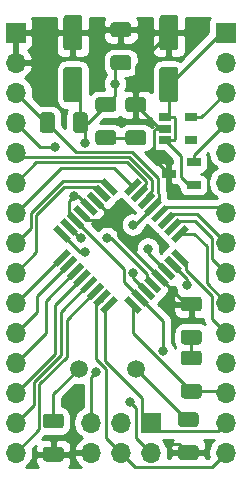
<source format=gbr>
%TF.GenerationSoftware,KiCad,Pcbnew,(5.1.6-0-10_14)*%
%TF.CreationDate,2021-08-14T22:27:43-04:00*%
%TF.ProjectId,bareduino,62617265-6475-4696-9e6f-2e6b69636164,rev?*%
%TF.SameCoordinates,Original*%
%TF.FileFunction,Copper,L1,Top*%
%TF.FilePolarity,Positive*%
%FSLAX46Y46*%
G04 Gerber Fmt 4.6, Leading zero omitted, Abs format (unit mm)*
G04 Created by KiCad (PCBNEW (5.1.6-0-10_14)) date 2021-08-14 22:27:43*
%MOMM*%
%LPD*%
G01*
G04 APERTURE LIST*
%TA.AperFunction,ComponentPad*%
%ADD10C,1.500000*%
%TD*%
%TA.AperFunction,SMDPad,CuDef*%
%ADD11C,0.100000*%
%TD*%
%TA.AperFunction,ComponentPad*%
%ADD12O,1.700000X1.700000*%
%TD*%
%TA.AperFunction,ComponentPad*%
%ADD13R,1.700000X1.700000*%
%TD*%
%TA.AperFunction,SMDPad,CuDef*%
%ADD14R,1.060000X0.650000*%
%TD*%
%TA.AperFunction,SMDPad,CuDef*%
%ADD15R,1.200000X0.650000*%
%TD*%
%TA.AperFunction,ViaPad*%
%ADD16C,0.800000*%
%TD*%
%TA.AperFunction,Conductor*%
%ADD17C,0.250000*%
%TD*%
%TA.AperFunction,Conductor*%
%ADD18C,0.254000*%
%TD*%
G04 APERTURE END LIST*
D10*
%TO.P,Y1,2*%
%TO.N,Net-(C5-Pad1)*%
X53394000Y-80518000D03*
%TO.P,Y1,1*%
%TO.N,Net-(C4-Pad1)*%
X48514000Y-80518000D03*
%TD*%
%TA.AperFunction,SMDPad,CuDef*%
D11*
%TO.P,U2,1*%
%TO.N,/P3*%
G36*
X50284555Y-64747666D02*
G01*
X50673464Y-64358757D01*
X51804835Y-65490128D01*
X51415926Y-65879037D01*
X50284555Y-64747666D01*
G37*
%TD.AperFunction*%
%TA.AperFunction,SMDPad,CuDef*%
%TO.P,U2,2*%
%TO.N,/P4*%
G36*
X49718870Y-65313352D02*
G01*
X50107779Y-64924443D01*
X51239150Y-66055814D01*
X50850241Y-66444723D01*
X49718870Y-65313352D01*
G37*
%TD.AperFunction*%
%TA.AperFunction,SMDPad,CuDef*%
%TO.P,U2,3*%
%TO.N,GND*%
G36*
X49153184Y-65879037D02*
G01*
X49542093Y-65490128D01*
X50673464Y-66621499D01*
X50284555Y-67010408D01*
X49153184Y-65879037D01*
G37*
%TD.AperFunction*%
%TA.AperFunction,SMDPad,CuDef*%
%TO.P,U2,4*%
%TO.N,VCC*%
G36*
X48587499Y-66444722D02*
G01*
X48976408Y-66055813D01*
X50107779Y-67187184D01*
X49718870Y-67576093D01*
X48587499Y-66444722D01*
G37*
%TD.AperFunction*%
%TA.AperFunction,SMDPad,CuDef*%
%TO.P,U2,5*%
%TO.N,GND*%
G36*
X48021813Y-67010408D02*
G01*
X48410722Y-66621499D01*
X49542093Y-67752870D01*
X49153184Y-68141779D01*
X48021813Y-67010408D01*
G37*
%TD.AperFunction*%
%TA.AperFunction,SMDPad,CuDef*%
%TO.P,U2,6*%
%TO.N,VCC*%
G36*
X47456128Y-67576093D02*
G01*
X47845037Y-67187184D01*
X48976408Y-68318555D01*
X48587499Y-68707464D01*
X47456128Y-67576093D01*
G37*
%TD.AperFunction*%
%TA.AperFunction,SMDPad,CuDef*%
%TO.P,U2,7*%
%TO.N,Net-(C5-Pad1)*%
G36*
X46890443Y-68141779D02*
G01*
X47279352Y-67752870D01*
X48410723Y-68884241D01*
X48021814Y-69273150D01*
X46890443Y-68141779D01*
G37*
%TD.AperFunction*%
%TA.AperFunction,SMDPad,CuDef*%
%TO.P,U2,8*%
%TO.N,Net-(C4-Pad1)*%
G36*
X46324757Y-68707464D02*
G01*
X46713666Y-68318555D01*
X47845037Y-69449926D01*
X47456128Y-69838835D01*
X46324757Y-68707464D01*
G37*
%TD.AperFunction*%
%TA.AperFunction,SMDPad,CuDef*%
%TO.P,U2,9*%
%TO.N,/P5*%
G36*
X46713666Y-71889445D02*
G01*
X46324757Y-71500536D01*
X47456128Y-70369165D01*
X47845037Y-70758074D01*
X46713666Y-71889445D01*
G37*
%TD.AperFunction*%
%TA.AperFunction,SMDPad,CuDef*%
%TO.P,U2,10*%
%TO.N,/P6*%
G36*
X47279352Y-72455130D02*
G01*
X46890443Y-72066221D01*
X48021814Y-70934850D01*
X48410723Y-71323759D01*
X47279352Y-72455130D01*
G37*
%TD.AperFunction*%
%TA.AperFunction,SMDPad,CuDef*%
%TO.P,U2,11*%
%TO.N,/P7*%
G36*
X47845037Y-73020816D02*
G01*
X47456128Y-72631907D01*
X48587499Y-71500536D01*
X48976408Y-71889445D01*
X47845037Y-73020816D01*
G37*
%TD.AperFunction*%
%TA.AperFunction,SMDPad,CuDef*%
%TO.P,U2,12*%
%TO.N,/P8*%
G36*
X48410722Y-73586501D02*
G01*
X48021813Y-73197592D01*
X49153184Y-72066221D01*
X49542093Y-72455130D01*
X48410722Y-73586501D01*
G37*
%TD.AperFunction*%
%TA.AperFunction,SMDPad,CuDef*%
%TO.P,U2,13*%
%TO.N,/P9*%
G36*
X48976408Y-74152187D02*
G01*
X48587499Y-73763278D01*
X49718870Y-72631907D01*
X50107779Y-73020816D01*
X48976408Y-74152187D01*
G37*
%TD.AperFunction*%
%TA.AperFunction,SMDPad,CuDef*%
%TO.P,U2,14*%
%TO.N,/P10*%
G36*
X49542093Y-74717872D02*
G01*
X49153184Y-74328963D01*
X50284555Y-73197592D01*
X50673464Y-73586501D01*
X49542093Y-74717872D01*
G37*
%TD.AperFunction*%
%TA.AperFunction,SMDPad,CuDef*%
%TO.P,U2,15*%
%TO.N,/MOSI*%
G36*
X50107779Y-75283557D02*
G01*
X49718870Y-74894648D01*
X50850241Y-73763277D01*
X51239150Y-74152186D01*
X50107779Y-75283557D01*
G37*
%TD.AperFunction*%
%TA.AperFunction,SMDPad,CuDef*%
%TO.P,U2,16*%
%TO.N,/MISO*%
G36*
X50673464Y-75849243D02*
G01*
X50284555Y-75460334D01*
X51415926Y-74328963D01*
X51804835Y-74717872D01*
X50673464Y-75849243D01*
G37*
%TD.AperFunction*%
%TA.AperFunction,SMDPad,CuDef*%
%TO.P,U2,17*%
%TO.N,/SCK*%
G36*
X52335165Y-74717872D02*
G01*
X52724074Y-74328963D01*
X53855445Y-75460334D01*
X53466536Y-75849243D01*
X52335165Y-74717872D01*
G37*
%TD.AperFunction*%
%TA.AperFunction,SMDPad,CuDef*%
%TO.P,U2,18*%
%TO.N,VCC*%
G36*
X52900850Y-74152186D02*
G01*
X53289759Y-73763277D01*
X54421130Y-74894648D01*
X54032221Y-75283557D01*
X52900850Y-74152186D01*
G37*
%TD.AperFunction*%
%TA.AperFunction,SMDPad,CuDef*%
%TO.P,U2,19*%
%TO.N,/A6*%
G36*
X53466536Y-73586501D02*
G01*
X53855445Y-73197592D01*
X54986816Y-74328963D01*
X54597907Y-74717872D01*
X53466536Y-73586501D01*
G37*
%TD.AperFunction*%
%TA.AperFunction,SMDPad,CuDef*%
%TO.P,U2,20*%
%TO.N,/AREF*%
G36*
X54032221Y-73020816D02*
G01*
X54421130Y-72631907D01*
X55552501Y-73763278D01*
X55163592Y-74152187D01*
X54032221Y-73020816D01*
G37*
%TD.AperFunction*%
%TA.AperFunction,SMDPad,CuDef*%
%TO.P,U2,21*%
%TO.N,GND*%
G36*
X54597907Y-72455130D02*
G01*
X54986816Y-72066221D01*
X56118187Y-73197592D01*
X55729278Y-73586501D01*
X54597907Y-72455130D01*
G37*
%TD.AperFunction*%
%TA.AperFunction,SMDPad,CuDef*%
%TO.P,U2,22*%
%TO.N,/A7*%
G36*
X55163592Y-71889445D02*
G01*
X55552501Y-71500536D01*
X56683872Y-72631907D01*
X56294963Y-73020816D01*
X55163592Y-71889445D01*
G37*
%TD.AperFunction*%
%TA.AperFunction,SMDPad,CuDef*%
%TO.P,U2,23*%
%TO.N,/A0*%
G36*
X55729277Y-71323759D02*
G01*
X56118186Y-70934850D01*
X57249557Y-72066221D01*
X56860648Y-72455130D01*
X55729277Y-71323759D01*
G37*
%TD.AperFunction*%
%TA.AperFunction,SMDPad,CuDef*%
%TO.P,U2,24*%
%TO.N,/A1*%
G36*
X56294963Y-70758074D02*
G01*
X56683872Y-70369165D01*
X57815243Y-71500536D01*
X57426334Y-71889445D01*
X56294963Y-70758074D01*
G37*
%TD.AperFunction*%
%TA.AperFunction,SMDPad,CuDef*%
%TO.P,U2,25*%
%TO.N,/A2*%
G36*
X56683872Y-69838835D02*
G01*
X56294963Y-69449926D01*
X57426334Y-68318555D01*
X57815243Y-68707464D01*
X56683872Y-69838835D01*
G37*
%TD.AperFunction*%
%TA.AperFunction,SMDPad,CuDef*%
%TO.P,U2,26*%
%TO.N,/A3*%
G36*
X56118186Y-69273150D02*
G01*
X55729277Y-68884241D01*
X56860648Y-67752870D01*
X57249557Y-68141779D01*
X56118186Y-69273150D01*
G37*
%TD.AperFunction*%
%TA.AperFunction,SMDPad,CuDef*%
%TO.P,U2,27*%
%TO.N,/A4*%
G36*
X55552501Y-68707464D02*
G01*
X55163592Y-68318555D01*
X56294963Y-67187184D01*
X56683872Y-67576093D01*
X55552501Y-68707464D01*
G37*
%TD.AperFunction*%
%TA.AperFunction,SMDPad,CuDef*%
%TO.P,U2,28*%
%TO.N,/A5*%
G36*
X54986816Y-68141779D02*
G01*
X54597907Y-67752870D01*
X55729278Y-66621499D01*
X56118187Y-67010408D01*
X54986816Y-68141779D01*
G37*
%TD.AperFunction*%
%TA.AperFunction,SMDPad,CuDef*%
%TO.P,U2,29*%
%TO.N,/~RESET*%
G36*
X54421130Y-67576093D02*
G01*
X54032221Y-67187184D01*
X55163592Y-66055813D01*
X55552501Y-66444722D01*
X54421130Y-67576093D01*
G37*
%TD.AperFunction*%
%TA.AperFunction,SMDPad,CuDef*%
%TO.P,U2,30*%
%TO.N,/RXD*%
G36*
X53855445Y-67010408D02*
G01*
X53466536Y-66621499D01*
X54597907Y-65490128D01*
X54986816Y-65879037D01*
X53855445Y-67010408D01*
G37*
%TD.AperFunction*%
%TA.AperFunction,SMDPad,CuDef*%
%TO.P,U2,31*%
%TO.N,/TXD*%
G36*
X53289759Y-66444723D02*
G01*
X52900850Y-66055814D01*
X54032221Y-64924443D01*
X54421130Y-65313352D01*
X53289759Y-66444723D01*
G37*
%TD.AperFunction*%
%TA.AperFunction,SMDPad,CuDef*%
%TO.P,U2,32*%
%TO.N,/P2*%
G36*
X52724074Y-65879037D02*
G01*
X52335165Y-65490128D01*
X53466536Y-64358757D01*
X53855445Y-64747666D01*
X52724074Y-65879037D01*
G37*
%TD.AperFunction*%
%TD*%
D12*
%TO.P,J1,6*%
%TO.N,GND*%
X49530000Y-87630000D03*
%TO.P,J1,5*%
%TO.N,/~RESET*%
X49530000Y-85090000D03*
%TO.P,J1,4*%
%TO.N,/MOSI*%
X52070000Y-87630000D03*
%TO.P,J1,3*%
%TO.N,/SCK*%
X52070000Y-85090000D03*
%TO.P,J1,2*%
%TO.N,VCC*%
X54610000Y-87630000D03*
D13*
%TO.P,J1,1*%
%TO.N,/MISO*%
X54610000Y-85090000D03*
%TD*%
D12*
%TO.P,J3,15*%
%TO.N,/MOSI*%
X60960000Y-87630000D03*
%TO.P,J3,14*%
%TO.N,/MISO*%
X60960000Y-85090000D03*
%TO.P,J3,13*%
%TO.N,/SCK*%
X60960000Y-82550000D03*
%TO.P,J3,12*%
%TO.N,/A0*%
X60960000Y-80010000D03*
%TO.P,J3,11*%
%TO.N,/A1*%
X60960000Y-77470000D03*
%TO.P,J3,10*%
%TO.N,/A2*%
X60960000Y-74930000D03*
%TO.P,J3,9*%
%TO.N,/A3*%
X60960000Y-72390000D03*
%TO.P,J3,8*%
%TO.N,/A4*%
X60960000Y-69850000D03*
%TO.P,J3,7*%
%TO.N,/A5*%
X60960000Y-67310000D03*
%TO.P,J3,6*%
%TO.N,/A6*%
X60960000Y-64770000D03*
%TO.P,J3,5*%
%TO.N,/A7*%
X60960000Y-62230000D03*
%TO.P,J3,4*%
%TO.N,+3V3*%
X60960000Y-59690000D03*
%TO.P,J3,3*%
%TO.N,+5V*%
X60960000Y-57150000D03*
%TO.P,J3,2*%
%TO.N,VCC*%
X60960000Y-54610000D03*
D13*
%TO.P,J3,1*%
%TO.N,+VDC*%
X60960000Y-52070000D03*
%TD*%
D12*
%TO.P,J2,15*%
%TO.N,/P10*%
X43180000Y-87630000D03*
%TO.P,J2,14*%
%TO.N,/P9*%
X43180000Y-85090000D03*
%TO.P,J2,13*%
%TO.N,/P8*%
X43180000Y-82550000D03*
%TO.P,J2,12*%
%TO.N,/P7*%
X43180000Y-80010000D03*
%TO.P,J2,11*%
%TO.N,/P6*%
X43180000Y-77470000D03*
%TO.P,J2,10*%
%TO.N,/P5*%
X43180000Y-74930000D03*
%TO.P,J2,9*%
%TO.N,/P4*%
X43180000Y-72390000D03*
%TO.P,J2,8*%
%TO.N,/P3*%
X43180000Y-69850000D03*
%TO.P,J2,7*%
%TO.N,/P2*%
X43180000Y-67310000D03*
%TO.P,J2,6*%
%TO.N,/TXD*%
X43180000Y-64770000D03*
%TO.P,J2,5*%
%TO.N,/RXD*%
X43180000Y-62230000D03*
%TO.P,J2,4*%
%TO.N,/AREF*%
X43180000Y-59690000D03*
%TO.P,J2,3*%
%TO.N,/~RESET*%
X43180000Y-57150000D03*
%TO.P,J2,2*%
%TO.N,GND*%
X43180000Y-54610000D03*
D13*
%TO.P,J2,1*%
X43180000Y-52070000D03*
%TD*%
D14*
%TO.P,U1,5*%
%TO.N,+5V*%
X57996000Y-59248000D03*
%TO.P,U1,4*%
%TO.N,Net-(U1-Pad4)*%
X57996000Y-61148000D03*
%TO.P,U1,3*%
%TO.N,+VDC*%
X55796000Y-61148000D03*
%TO.P,U1,2*%
%TO.N,GND*%
X55796000Y-60198000D03*
%TO.P,U1,1*%
%TO.N,+VDC*%
X55796000Y-59248000D03*
%TD*%
%TO.P,R3,2*%
%TO.N,/~RESET*%
%TA.AperFunction,SMDPad,CuDef*%
G36*
G01*
X46469000Y-59065000D02*
X46469000Y-60315000D01*
G75*
G02*
X46219000Y-60565000I-250000J0D01*
G01*
X45469000Y-60565000D01*
G75*
G02*
X45219000Y-60315000I0J250000D01*
G01*
X45219000Y-59065000D01*
G75*
G02*
X45469000Y-58815000I250000J0D01*
G01*
X46219000Y-58815000D01*
G75*
G02*
X46469000Y-59065000I0J-250000D01*
G01*
G37*
%TD.AperFunction*%
%TO.P,R3,1*%
%TO.N,VCC*%
%TA.AperFunction,SMDPad,CuDef*%
G36*
G01*
X49269000Y-59065000D02*
X49269000Y-60315000D01*
G75*
G02*
X49019000Y-60565000I-250000J0D01*
G01*
X48269000Y-60565000D01*
G75*
G02*
X48019000Y-60315000I0J250000D01*
G01*
X48019000Y-59065000D01*
G75*
G02*
X48269000Y-58815000I250000J0D01*
G01*
X49019000Y-58815000D01*
G75*
G02*
X49269000Y-59065000I0J-250000D01*
G01*
G37*
%TD.AperFunction*%
%TD*%
%TO.P,R2,2*%
%TO.N,Net-(D2-Pad2)*%
%TA.AperFunction,SMDPad,CuDef*%
G36*
G01*
X50175000Y-60335000D02*
X51425000Y-60335000D01*
G75*
G02*
X51675000Y-60585000I0J-250000D01*
G01*
X51675000Y-61335000D01*
G75*
G02*
X51425000Y-61585000I-250000J0D01*
G01*
X50175000Y-61585000D01*
G75*
G02*
X49925000Y-61335000I0J250000D01*
G01*
X49925000Y-60585000D01*
G75*
G02*
X50175000Y-60335000I250000J0D01*
G01*
G37*
%TD.AperFunction*%
%TO.P,R2,1*%
%TO.N,VCC*%
%TA.AperFunction,SMDPad,CuDef*%
G36*
G01*
X50175000Y-57535000D02*
X51425000Y-57535000D01*
G75*
G02*
X51675000Y-57785000I0J-250000D01*
G01*
X51675000Y-58535000D01*
G75*
G02*
X51425000Y-58785000I-250000J0D01*
G01*
X50175000Y-58785000D01*
G75*
G02*
X49925000Y-58535000I0J250000D01*
G01*
X49925000Y-57785000D01*
G75*
G02*
X50175000Y-57535000I250000J0D01*
G01*
G37*
%TD.AperFunction*%
%TD*%
%TO.P,R1,2*%
%TO.N,Net-(D1-Pad2)*%
%TA.AperFunction,SMDPad,CuDef*%
G36*
G01*
X58664000Y-80248000D02*
X57414000Y-80248000D01*
G75*
G02*
X57164000Y-79998000I0J250000D01*
G01*
X57164000Y-79248000D01*
G75*
G02*
X57414000Y-78998000I250000J0D01*
G01*
X58664000Y-78998000D01*
G75*
G02*
X58914000Y-79248000I0J-250000D01*
G01*
X58914000Y-79998000D01*
G75*
G02*
X58664000Y-80248000I-250000J0D01*
G01*
G37*
%TD.AperFunction*%
%TO.P,R1,1*%
%TO.N,/SCK*%
%TA.AperFunction,SMDPad,CuDef*%
G36*
G01*
X58664000Y-83048000D02*
X57414000Y-83048000D01*
G75*
G02*
X57164000Y-82798000I0J250000D01*
G01*
X57164000Y-82048000D01*
G75*
G02*
X57414000Y-81798000I250000J0D01*
G01*
X58664000Y-81798000D01*
G75*
G02*
X58914000Y-82048000I0J-250000D01*
G01*
X58914000Y-82798000D01*
G75*
G02*
X58664000Y-83048000I-250000J0D01*
G01*
G37*
%TD.AperFunction*%
%TD*%
D15*
%TO.P,IC1,3*%
%TO.N,GND*%
X56134000Y-64008000D03*
%TO.P,IC1,2*%
%TO.N,+3V3*%
X58234000Y-63048000D03*
%TO.P,IC1,1*%
%TO.N,+VDC*%
X58234000Y-64968000D03*
%TD*%
%TO.P,D2,2*%
%TO.N,Net-(D2-Pad2)*%
%TA.AperFunction,SMDPad,CuDef*%
G36*
G01*
X52715000Y-60341000D02*
X53965000Y-60341000D01*
G75*
G02*
X54215000Y-60591000I0J-250000D01*
G01*
X54215000Y-61341000D01*
G75*
G02*
X53965000Y-61591000I-250000J0D01*
G01*
X52715000Y-61591000D01*
G75*
G02*
X52465000Y-61341000I0J250000D01*
G01*
X52465000Y-60591000D01*
G75*
G02*
X52715000Y-60341000I250000J0D01*
G01*
G37*
%TD.AperFunction*%
%TO.P,D2,1*%
%TO.N,GND*%
%TA.AperFunction,SMDPad,CuDef*%
G36*
G01*
X52715000Y-57541000D02*
X53965000Y-57541000D01*
G75*
G02*
X54215000Y-57791000I0J-250000D01*
G01*
X54215000Y-58541000D01*
G75*
G02*
X53965000Y-58791000I-250000J0D01*
G01*
X52715000Y-58791000D01*
G75*
G02*
X52465000Y-58541000I0J250000D01*
G01*
X52465000Y-57791000D01*
G75*
G02*
X52715000Y-57541000I250000J0D01*
G01*
G37*
%TD.AperFunction*%
%TD*%
%TO.P,D1,2*%
%TO.N,Net-(D1-Pad2)*%
%TA.AperFunction,SMDPad,CuDef*%
G36*
G01*
X57414000Y-77226000D02*
X58664000Y-77226000D01*
G75*
G02*
X58914000Y-77476000I0J-250000D01*
G01*
X58914000Y-78226000D01*
G75*
G02*
X58664000Y-78476000I-250000J0D01*
G01*
X57414000Y-78476000D01*
G75*
G02*
X57164000Y-78226000I0J250000D01*
G01*
X57164000Y-77476000D01*
G75*
G02*
X57414000Y-77226000I250000J0D01*
G01*
G37*
%TD.AperFunction*%
%TO.P,D1,1*%
%TO.N,GND*%
%TA.AperFunction,SMDPad,CuDef*%
G36*
G01*
X57414000Y-74426000D02*
X58664000Y-74426000D01*
G75*
G02*
X58914000Y-74676000I0J-250000D01*
G01*
X58914000Y-75426000D01*
G75*
G02*
X58664000Y-75676000I-250000J0D01*
G01*
X57414000Y-75676000D01*
G75*
G02*
X57164000Y-75426000I0J250000D01*
G01*
X57164000Y-74676000D01*
G75*
G02*
X57414000Y-74426000I250000J0D01*
G01*
G37*
%TD.AperFunction*%
%TD*%
%TO.P,C5,2*%
%TO.N,GND*%
%TA.AperFunction,SMDPad,CuDef*%
G36*
G01*
X57160000Y-87005000D02*
X58410000Y-87005000D01*
G75*
G02*
X58660000Y-87255000I0J-250000D01*
G01*
X58660000Y-88005000D01*
G75*
G02*
X58410000Y-88255000I-250000J0D01*
G01*
X57160000Y-88255000D01*
G75*
G02*
X56910000Y-88005000I0J250000D01*
G01*
X56910000Y-87255000D01*
G75*
G02*
X57160000Y-87005000I250000J0D01*
G01*
G37*
%TD.AperFunction*%
%TO.P,C5,1*%
%TO.N,Net-(C5-Pad1)*%
%TA.AperFunction,SMDPad,CuDef*%
G36*
G01*
X57160000Y-84205000D02*
X58410000Y-84205000D01*
G75*
G02*
X58660000Y-84455000I0J-250000D01*
G01*
X58660000Y-85205000D01*
G75*
G02*
X58410000Y-85455000I-250000J0D01*
G01*
X57160000Y-85455000D01*
G75*
G02*
X56910000Y-85205000I0J250000D01*
G01*
X56910000Y-84455000D01*
G75*
G02*
X57160000Y-84205000I250000J0D01*
G01*
G37*
%TD.AperFunction*%
%TD*%
%TO.P,C4,2*%
%TO.N,GND*%
%TA.AperFunction,SMDPad,CuDef*%
G36*
G01*
X45730000Y-87135000D02*
X46980000Y-87135000D01*
G75*
G02*
X47230000Y-87385000I0J-250000D01*
G01*
X47230000Y-88135000D01*
G75*
G02*
X46980000Y-88385000I-250000J0D01*
G01*
X45730000Y-88385000D01*
G75*
G02*
X45480000Y-88135000I0J250000D01*
G01*
X45480000Y-87385000D01*
G75*
G02*
X45730000Y-87135000I250000J0D01*
G01*
G37*
%TD.AperFunction*%
%TO.P,C4,1*%
%TO.N,Net-(C4-Pad1)*%
%TA.AperFunction,SMDPad,CuDef*%
G36*
G01*
X45730000Y-84335000D02*
X46980000Y-84335000D01*
G75*
G02*
X47230000Y-84585000I0J-250000D01*
G01*
X47230000Y-85335000D01*
G75*
G02*
X46980000Y-85585000I-250000J0D01*
G01*
X45730000Y-85585000D01*
G75*
G02*
X45480000Y-85335000I0J250000D01*
G01*
X45480000Y-84585000D01*
G75*
G02*
X45730000Y-84335000I250000J0D01*
G01*
G37*
%TD.AperFunction*%
%TD*%
%TO.P,C2,2*%
%TO.N,GND*%
%TA.AperFunction,SMDPad,CuDef*%
G36*
G01*
X48556000Y-53570000D02*
X47456000Y-53570000D01*
G75*
G02*
X47206000Y-53320000I0J250000D01*
G01*
X47206000Y-50820000D01*
G75*
G02*
X47456000Y-50570000I250000J0D01*
G01*
X48556000Y-50570000D01*
G75*
G02*
X48806000Y-50820000I0J-250000D01*
G01*
X48806000Y-53320000D01*
G75*
G02*
X48556000Y-53570000I-250000J0D01*
G01*
G37*
%TD.AperFunction*%
%TO.P,C2,1*%
%TO.N,VCC*%
%TA.AperFunction,SMDPad,CuDef*%
G36*
G01*
X48556000Y-57970000D02*
X47456000Y-57970000D01*
G75*
G02*
X47206000Y-57720000I0J250000D01*
G01*
X47206000Y-55220000D01*
G75*
G02*
X47456000Y-54970000I250000J0D01*
G01*
X48556000Y-54970000D01*
G75*
G02*
X48806000Y-55220000I0J-250000D01*
G01*
X48806000Y-57720000D01*
G75*
G02*
X48556000Y-57970000I-250000J0D01*
G01*
G37*
%TD.AperFunction*%
%TD*%
%TO.P,C3,2*%
%TO.N,GND*%
%TA.AperFunction,SMDPad,CuDef*%
G36*
G01*
X52695000Y-52441000D02*
X51445000Y-52441000D01*
G75*
G02*
X51195000Y-52191000I0J250000D01*
G01*
X51195000Y-51441000D01*
G75*
G02*
X51445000Y-51191000I250000J0D01*
G01*
X52695000Y-51191000D01*
G75*
G02*
X52945000Y-51441000I0J-250000D01*
G01*
X52945000Y-52191000D01*
G75*
G02*
X52695000Y-52441000I-250000J0D01*
G01*
G37*
%TD.AperFunction*%
%TO.P,C3,1*%
%TO.N,VCC*%
%TA.AperFunction,SMDPad,CuDef*%
G36*
G01*
X52695000Y-55241000D02*
X51445000Y-55241000D01*
G75*
G02*
X51195000Y-54991000I0J250000D01*
G01*
X51195000Y-54241000D01*
G75*
G02*
X51445000Y-53991000I250000J0D01*
G01*
X52695000Y-53991000D01*
G75*
G02*
X52945000Y-54241000I0J-250000D01*
G01*
X52945000Y-54991000D01*
G75*
G02*
X52695000Y-55241000I-250000J0D01*
G01*
G37*
%TD.AperFunction*%
%TD*%
%TO.P,C1,2*%
%TO.N,GND*%
%TA.AperFunction,SMDPad,CuDef*%
G36*
G01*
X56684000Y-53570000D02*
X55584000Y-53570000D01*
G75*
G02*
X55334000Y-53320000I0J250000D01*
G01*
X55334000Y-50820000D01*
G75*
G02*
X55584000Y-50570000I250000J0D01*
G01*
X56684000Y-50570000D01*
G75*
G02*
X56934000Y-50820000I0J-250000D01*
G01*
X56934000Y-53320000D01*
G75*
G02*
X56684000Y-53570000I-250000J0D01*
G01*
G37*
%TD.AperFunction*%
%TO.P,C1,1*%
%TO.N,+VDC*%
%TA.AperFunction,SMDPad,CuDef*%
G36*
G01*
X56684000Y-57970000D02*
X55584000Y-57970000D01*
G75*
G02*
X55334000Y-57720000I0J250000D01*
G01*
X55334000Y-55220000D01*
G75*
G02*
X55584000Y-54970000I250000J0D01*
G01*
X56684000Y-54970000D01*
G75*
G02*
X56934000Y-55220000I0J-250000D01*
G01*
X56934000Y-57720000D01*
G75*
G02*
X56684000Y-57970000I-250000J0D01*
G01*
G37*
%TD.AperFunction*%
%TD*%
D16*
%TO.N,GND*%
X51816000Y-67056000D03*
X56134000Y-86868000D03*
%TO.N,VCC*%
X51562000Y-56388000D03*
X48109152Y-65936848D03*
X49022000Y-61424971D03*
X55630653Y-78989347D03*
X52827347Y-83307347D03*
%TO.N,Net-(C4-Pad1)*%
X49022000Y-70612000D03*
%TO.N,Net-(C5-Pad1)*%
X48719404Y-69475765D03*
%TO.N,/~RESET*%
X53086000Y-68326000D03*
X50001144Y-80808856D03*
%TO.N,/A7*%
X54356000Y-70358000D03*
%TO.N,/A6*%
X53086000Y-72390000D03*
%TO.N,/A0*%
X57658000Y-73406000D03*
%TO.N,/AREF*%
X50922347Y-69464347D03*
X46482000Y-61722000D03*
%TD*%
D17*
%TO.N,GND*%
X54864000Y-62738000D02*
X56134000Y-64008000D01*
X54864000Y-60350000D02*
X54864000Y-62738000D01*
X55016000Y-60198000D02*
X54864000Y-60350000D01*
X55796000Y-60198000D02*
X55016000Y-60198000D01*
X55372000Y-60198000D02*
X53340000Y-58166000D01*
X55796000Y-60198000D02*
X55372000Y-60198000D01*
X53340000Y-54864000D02*
X56134000Y-52070000D01*
X53340000Y-58166000D02*
X53340000Y-54864000D01*
X50719056Y-67056000D02*
X51816000Y-67056000D01*
X49913324Y-66250268D02*
X50719056Y-67056000D01*
X50970897Y-67901103D02*
X51816000Y-67056000D01*
X49301417Y-67901103D02*
X50970897Y-67901103D01*
X51816000Y-69284314D02*
X51816000Y-67056000D01*
X55358047Y-72826361D02*
X51816000Y-69284314D01*
X57582686Y-75051000D02*
X58039000Y-75051000D01*
X55358047Y-72826361D02*
X57582686Y-75051000D01*
X57023000Y-86868000D02*
X57785000Y-87630000D01*
X56134000Y-86868000D02*
X57023000Y-86868000D01*
X48781953Y-67381639D02*
X49301417Y-67901103D01*
X48781953Y-67381639D02*
X48262488Y-66862174D01*
%TO.N,+VDC*%
X56576000Y-59248000D02*
X55796000Y-59248000D01*
X56651001Y-61072999D02*
X56651001Y-59323001D01*
X56651001Y-59323001D02*
X56576000Y-59248000D01*
X56576000Y-61148000D02*
X56651001Y-61072999D01*
X55796000Y-61148000D02*
X56576000Y-61148000D01*
X56134000Y-58910000D02*
X55796000Y-59248000D01*
X56134000Y-56470000D02*
X56134000Y-58910000D01*
X60534000Y-52070000D02*
X56134000Y-56470000D01*
X60960000Y-52070000D02*
X60534000Y-52070000D01*
X58234000Y-64968000D02*
X57856000Y-64968000D01*
X57856000Y-64968000D02*
X57150000Y-64262000D01*
X57150000Y-62502000D02*
X55796000Y-61148000D01*
X57150000Y-64262000D02*
X57150000Y-62502000D01*
%TO.N,VCC*%
X49270000Y-59690000D02*
X50800000Y-58160000D01*
X48644000Y-59690000D02*
X49270000Y-59690000D01*
X51562000Y-57398000D02*
X50800000Y-58160000D01*
X51562000Y-56388000D02*
X51562000Y-57398000D01*
X51562000Y-55124000D02*
X52070000Y-54616000D01*
X51562000Y-56388000D02*
X51562000Y-55124000D01*
X48644000Y-57108000D02*
X48006000Y-56470000D01*
X48644000Y-59690000D02*
X48644000Y-57108000D01*
X54610000Y-87630000D02*
X53399001Y-86419001D01*
X52360999Y-73223426D02*
X52360999Y-72092055D01*
X53660990Y-74523417D02*
X52360999Y-73223426D01*
X51221472Y-70952528D02*
X48216268Y-67947324D01*
X51308000Y-71039056D02*
X51221472Y-70952528D01*
X52360999Y-72092055D02*
X51221472Y-70952528D01*
X48269293Y-66049293D02*
X48006000Y-65786000D01*
X49022000Y-60068000D02*
X48644000Y-59690000D01*
X49022000Y-61424971D02*
X49022000Y-60068000D01*
X55630653Y-76493080D02*
X55630653Y-78989347D01*
X53660990Y-74523417D02*
X55630653Y-76493080D01*
X53399001Y-83879001D02*
X53399001Y-86419001D01*
X52827347Y-83307347D02*
X53399001Y-83879001D01*
X48468534Y-65936848D02*
X48109152Y-65936848D01*
X49347639Y-66815953D02*
X48468534Y-65936848D01*
X47696803Y-66349197D02*
X48109152Y-65936848D01*
X47696803Y-67427859D02*
X47696803Y-66349197D01*
X48216268Y-67947324D02*
X47696803Y-67427859D01*
%TO.N,Net-(C4-Pad1)*%
X46355000Y-82677000D02*
X48514000Y-80518000D01*
X46355000Y-84960000D02*
X46355000Y-82677000D01*
X48618202Y-70612000D02*
X47084897Y-69078695D01*
X49022000Y-70612000D02*
X48618202Y-70612000D01*
%TO.N,Net-(C5-Pad1)*%
X47696803Y-68443859D02*
X47488859Y-68443859D01*
X48216268Y-68963324D02*
X47696803Y-68443859D01*
X57706000Y-84830000D02*
X53394000Y-80518000D01*
X57785000Y-84830000D02*
X57706000Y-84830000D01*
X48613338Y-69475765D02*
X47650583Y-68513010D01*
X48719404Y-69475765D02*
X48613338Y-69475765D01*
%TO.N,Net-(D1-Pad2)*%
X58039000Y-79623000D02*
X58039000Y-77851000D01*
%TO.N,Net-(D2-Pad2)*%
X50806000Y-60966000D02*
X50800000Y-60960000D01*
X53340000Y-60966000D02*
X50806000Y-60966000D01*
%TO.N,+3V3*%
X58234000Y-62416000D02*
X60960000Y-59690000D01*
X58234000Y-63048000D02*
X58234000Y-62416000D01*
%TO.N,/~RESET*%
X45720000Y-59690000D02*
X43180000Y-57150000D01*
X45844000Y-59690000D02*
X45720000Y-59690000D01*
X55196150Y-65610150D02*
X55196150Y-64355916D01*
X55311826Y-65725826D02*
X55196150Y-65610150D01*
X55311826Y-66296488D02*
X55311826Y-65725826D01*
X54792361Y-66815953D02*
X55311826Y-66296488D01*
X55196150Y-64355916D02*
X52990205Y-62149971D01*
X48303971Y-62149971D02*
X45844000Y-59690000D01*
X52990205Y-62149971D02*
X48303971Y-62149971D01*
X53282314Y-68326000D02*
X54792361Y-66815953D01*
X53086000Y-68326000D02*
X53282314Y-68326000D01*
X49530000Y-85090000D02*
X49589001Y-85030999D01*
X49589001Y-81220999D02*
X50001144Y-80808856D01*
X49589001Y-85030999D02*
X49589001Y-81220999D01*
%TO.N,/MOSI*%
X53245001Y-88805001D02*
X52070000Y-87630000D01*
X59784999Y-88805001D02*
X53245001Y-88805001D01*
X60960000Y-87630000D02*
X59784999Y-88805001D01*
X50479010Y-74806244D02*
X50479010Y-74523417D01*
X50800000Y-80582406D02*
X49959545Y-79741951D01*
X50800000Y-86360000D02*
X50800000Y-80582406D01*
X49959545Y-75042882D02*
X50479010Y-74523417D01*
X49959545Y-79741951D02*
X49959545Y-75042882D01*
X52070000Y-87630000D02*
X50800000Y-86360000D01*
%TO.N,/SCK*%
X60833000Y-82423000D02*
X60960000Y-82550000D01*
X58039000Y-82423000D02*
X60833000Y-82423000D01*
X53095305Y-77479305D02*
X58039000Y-82423000D01*
X53095305Y-75089103D02*
X53095305Y-77479305D01*
%TO.N,/MISO*%
X50705001Y-75428797D02*
X51044695Y-75089103D01*
X50705002Y-75428796D02*
X51044695Y-75089103D01*
X60269990Y-85780010D02*
X60960000Y-85090000D01*
X55300010Y-85780010D02*
X60269990Y-85780010D01*
X54610000Y-85090000D02*
X55300010Y-85780010D01*
X53849011Y-82995007D02*
X50705002Y-79850998D01*
X53849011Y-84583011D02*
X53849011Y-82995007D01*
X54356000Y-85090000D02*
X53849011Y-84583011D01*
X54610000Y-85090000D02*
X54356000Y-85090000D01*
X50705002Y-79850998D02*
X50705002Y-75428796D01*
%TO.N,/A7*%
X54356000Y-70692944D02*
X55923732Y-72260676D01*
X54356000Y-70358000D02*
X54356000Y-70692944D01*
%TO.N,/A6*%
X53086000Y-72817056D02*
X54226676Y-73957732D01*
X53086000Y-72390000D02*
X53086000Y-72817056D01*
%TO.N,/A5*%
X60512174Y-66862174D02*
X60960000Y-67310000D01*
X55877512Y-66862174D02*
X60512174Y-66862174D01*
X55358047Y-67381639D02*
X55877512Y-66862174D01*
%TO.N,/A4*%
X58537860Y-67427860D02*
X60960000Y-69850000D01*
X56443196Y-67427860D02*
X58537860Y-67427860D01*
X55923732Y-67947324D02*
X56443196Y-67427860D01*
%TO.N,/A3*%
X59784999Y-69436999D02*
X59784999Y-71214999D01*
X58341545Y-67993545D02*
X59784999Y-69436999D01*
X57008882Y-67993545D02*
X58341545Y-67993545D01*
X59784999Y-71214999D02*
X60960000Y-72390000D01*
X56489417Y-68513010D02*
X57008882Y-67993545D01*
%TO.N,/A2*%
X57055103Y-69078695D02*
X58309684Y-69078695D01*
X59334989Y-73304989D02*
X60960000Y-74930000D01*
X59334989Y-70104000D02*
X59334989Y-73304989D01*
X58309684Y-69078695D02*
X59334989Y-70104000D01*
%TO.N,/A1*%
X59784999Y-76294999D02*
X59784999Y-74391409D01*
X60960000Y-77470000D02*
X59784999Y-76294999D01*
X57574567Y-71648769D02*
X57055103Y-71129305D01*
X57574567Y-72180977D02*
X57574567Y-71648769D01*
X59784999Y-74391409D02*
X57574567Y-72180977D01*
%TO.N,/A0*%
X57658000Y-72900820D02*
X57658000Y-73406000D01*
X56489417Y-71732237D02*
X57658000Y-72900820D01*
X56489417Y-71694990D02*
X56489417Y-71732237D01*
%TO.N,/P10*%
X45154010Y-85655990D02*
X45154010Y-81848810D01*
X45154010Y-81848810D02*
X47498000Y-79504820D01*
X43180000Y-87630000D02*
X45154010Y-85655990D01*
X47498000Y-76373056D02*
X49913324Y-73957732D01*
X47498000Y-79504820D02*
X47498000Y-76373056D01*
%TO.N,/P9*%
X49347639Y-73392047D02*
X49289953Y-73392047D01*
X49289953Y-73392047D02*
X46990000Y-75692000D01*
X46990000Y-75692000D02*
X46990000Y-79376410D01*
X46990000Y-79376410D02*
X44704000Y-81662410D01*
X44704000Y-83566000D02*
X43180000Y-85090000D01*
X44704000Y-81662410D02*
X44704000Y-83566000D01*
%TO.N,/P8*%
X48781953Y-72826361D02*
X46482000Y-75126314D01*
X46482000Y-79248000D02*
X43180000Y-82550000D01*
X46482000Y-75126314D02*
X46482000Y-79248000D01*
%TO.N,/P7*%
X45720000Y-74756944D02*
X45720000Y-77470000D01*
X45720000Y-77470000D02*
X43180000Y-80010000D01*
X48216268Y-72260676D02*
X45720000Y-74756944D01*
%TO.N,/P6*%
X47131118Y-72214455D02*
X47131118Y-72248882D01*
X47650583Y-71694990D02*
X47131118Y-72214455D01*
X43180000Y-77470000D02*
X44958000Y-75692000D01*
X44958000Y-74387573D02*
X44958000Y-75692000D01*
X47650583Y-71694990D02*
X44958000Y-74387573D01*
%TO.N,/P5*%
X46980695Y-71129305D02*
X43180000Y-74930000D01*
X47084897Y-71129305D02*
X46980695Y-71129305D01*
%TO.N,/P4*%
X44900010Y-67496400D02*
X44900010Y-70669990D01*
X47231292Y-65165118D02*
X44900010Y-67496400D01*
X44900010Y-70669990D02*
X43180000Y-72390000D01*
X49959545Y-65165118D02*
X47231292Y-65165118D01*
X50479010Y-65684583D02*
X49959545Y-65165118D01*
%TO.N,/P3*%
X50525231Y-64599433D02*
X47160567Y-64599433D01*
X51044695Y-65118897D02*
X50525231Y-64599433D01*
X47160567Y-64599433D02*
X44450000Y-67310000D01*
X44450000Y-68580000D02*
X43180000Y-69850000D01*
X44450000Y-67310000D02*
X44450000Y-68580000D01*
%TO.N,/P2*%
X53095305Y-65118897D02*
X51476408Y-63500000D01*
X46990000Y-63500000D02*
X43180000Y-67310000D01*
X51476408Y-63500000D02*
X46990000Y-63500000D01*
%TO.N,/TXD*%
X43180000Y-65058427D02*
X43180000Y-64770000D01*
X52617405Y-63049991D02*
X44900009Y-63049991D01*
X54180455Y-64882291D02*
X54180455Y-64613041D01*
X44900009Y-63049991D02*
X43180000Y-64770000D01*
X53660990Y-65401756D02*
X54180455Y-64882291D01*
X54180455Y-64613041D02*
X52617405Y-63049991D01*
X53660990Y-65684583D02*
X53660990Y-65401756D01*
%TO.N,/RXD*%
X54746140Y-65447977D02*
X54746140Y-64542316D01*
X54226676Y-65967441D02*
X54746140Y-65447977D01*
X54746140Y-64542316D02*
X52803805Y-62599981D01*
X54226676Y-66250268D02*
X54226676Y-65967441D01*
X43549981Y-62599981D02*
X43180000Y-62230000D01*
X52803805Y-62599981D02*
X43549981Y-62599981D01*
%TO.N,/AREF*%
X51233349Y-69464347D02*
X50922347Y-69464347D01*
X54272897Y-72872583D02*
X54272897Y-72503895D01*
X54272897Y-72503895D02*
X51233349Y-69464347D01*
X54792361Y-73392047D02*
X54272897Y-72872583D01*
X45212000Y-61722000D02*
X46482000Y-61722000D01*
X43180000Y-59690000D02*
X45212000Y-61722000D01*
%TO.N,+5V*%
X58862000Y-59248000D02*
X60960000Y-57150000D01*
X57996000Y-59248000D02*
X58862000Y-59248000D01*
%TD*%
D18*
%TO.N,GND*%
G36*
X48829001Y-83773011D02*
G01*
X48826589Y-83774010D01*
X48583368Y-83936525D01*
X48376525Y-84143368D01*
X48214010Y-84386589D01*
X48102068Y-84656842D01*
X48045000Y-84943740D01*
X48045000Y-85236260D01*
X48102068Y-85523158D01*
X48214010Y-85793411D01*
X48376525Y-86036632D01*
X48583368Y-86243475D01*
X48759406Y-86361100D01*
X48529731Y-86532412D01*
X48334822Y-86748645D01*
X48185843Y-86998748D01*
X48088519Y-87273109D01*
X48209186Y-87503000D01*
X49403000Y-87503000D01*
X49403000Y-87483000D01*
X49657000Y-87483000D01*
X49657000Y-87503000D01*
X49677000Y-87503000D01*
X49677000Y-87757000D01*
X49657000Y-87757000D01*
X49657000Y-87777000D01*
X49403000Y-87777000D01*
X49403000Y-87757000D01*
X48209186Y-87757000D01*
X48088519Y-87986891D01*
X48185843Y-88261252D01*
X48334822Y-88511355D01*
X48529731Y-88727588D01*
X48693846Y-88850000D01*
X47664351Y-88850000D01*
X47681185Y-88836185D01*
X47760537Y-88739494D01*
X47819502Y-88629180D01*
X47855812Y-88509482D01*
X47868072Y-88385000D01*
X47865000Y-88045750D01*
X47706250Y-87887000D01*
X46482000Y-87887000D01*
X46482000Y-87907000D01*
X46228000Y-87907000D01*
X46228000Y-87887000D01*
X45003750Y-87887000D01*
X44845000Y-88045750D01*
X44841928Y-88385000D01*
X44854188Y-88509482D01*
X44890498Y-88629180D01*
X44949463Y-88739494D01*
X45028815Y-88836185D01*
X45045649Y-88850000D01*
X44027070Y-88850000D01*
X44126632Y-88783475D01*
X44333475Y-88576632D01*
X44495990Y-88333411D01*
X44607932Y-88063158D01*
X44665000Y-87776260D01*
X44665000Y-87483740D01*
X44621209Y-87263592D01*
X44851993Y-87032809D01*
X44841928Y-87135000D01*
X44845000Y-87474250D01*
X45003750Y-87633000D01*
X46228000Y-87633000D01*
X46228000Y-86658750D01*
X46482000Y-86658750D01*
X46482000Y-87633000D01*
X47706250Y-87633000D01*
X47865000Y-87474250D01*
X47868072Y-87135000D01*
X47855812Y-87010518D01*
X47819502Y-86890820D01*
X47760537Y-86780506D01*
X47681185Y-86683815D01*
X47584494Y-86604463D01*
X47474180Y-86545498D01*
X47354482Y-86509188D01*
X47230000Y-86496928D01*
X46640750Y-86500000D01*
X46482000Y-86658750D01*
X46228000Y-86658750D01*
X46069250Y-86500000D01*
X45480000Y-86496928D01*
X45377809Y-86506993D01*
X45665014Y-86219788D01*
X45668405Y-86217005D01*
X45730000Y-86223072D01*
X46980000Y-86223072D01*
X47153254Y-86206008D01*
X47319850Y-86155472D01*
X47473386Y-86073405D01*
X47607962Y-85962962D01*
X47718405Y-85828386D01*
X47800472Y-85674850D01*
X47851008Y-85508254D01*
X47868072Y-85335000D01*
X47868072Y-84585000D01*
X47851008Y-84411746D01*
X47800472Y-84245150D01*
X47718405Y-84091614D01*
X47607962Y-83957038D01*
X47473386Y-83846595D01*
X47319850Y-83764528D01*
X47153254Y-83713992D01*
X47115000Y-83710224D01*
X47115000Y-82991801D01*
X48232635Y-81874167D01*
X48377589Y-81903000D01*
X48650411Y-81903000D01*
X48829002Y-81867476D01*
X48829001Y-83773011D01*
G37*
X48829001Y-83773011D02*
X48826589Y-83774010D01*
X48583368Y-83936525D01*
X48376525Y-84143368D01*
X48214010Y-84386589D01*
X48102068Y-84656842D01*
X48045000Y-84943740D01*
X48045000Y-85236260D01*
X48102068Y-85523158D01*
X48214010Y-85793411D01*
X48376525Y-86036632D01*
X48583368Y-86243475D01*
X48759406Y-86361100D01*
X48529731Y-86532412D01*
X48334822Y-86748645D01*
X48185843Y-86998748D01*
X48088519Y-87273109D01*
X48209186Y-87503000D01*
X49403000Y-87503000D01*
X49403000Y-87483000D01*
X49657000Y-87483000D01*
X49657000Y-87503000D01*
X49677000Y-87503000D01*
X49677000Y-87757000D01*
X49657000Y-87757000D01*
X49657000Y-87777000D01*
X49403000Y-87777000D01*
X49403000Y-87757000D01*
X48209186Y-87757000D01*
X48088519Y-87986891D01*
X48185843Y-88261252D01*
X48334822Y-88511355D01*
X48529731Y-88727588D01*
X48693846Y-88850000D01*
X47664351Y-88850000D01*
X47681185Y-88836185D01*
X47760537Y-88739494D01*
X47819502Y-88629180D01*
X47855812Y-88509482D01*
X47868072Y-88385000D01*
X47865000Y-88045750D01*
X47706250Y-87887000D01*
X46482000Y-87887000D01*
X46482000Y-87907000D01*
X46228000Y-87907000D01*
X46228000Y-87887000D01*
X45003750Y-87887000D01*
X44845000Y-88045750D01*
X44841928Y-88385000D01*
X44854188Y-88509482D01*
X44890498Y-88629180D01*
X44949463Y-88739494D01*
X45028815Y-88836185D01*
X45045649Y-88850000D01*
X44027070Y-88850000D01*
X44126632Y-88783475D01*
X44333475Y-88576632D01*
X44495990Y-88333411D01*
X44607932Y-88063158D01*
X44665000Y-87776260D01*
X44665000Y-87483740D01*
X44621209Y-87263592D01*
X44851993Y-87032809D01*
X44841928Y-87135000D01*
X44845000Y-87474250D01*
X45003750Y-87633000D01*
X46228000Y-87633000D01*
X46228000Y-86658750D01*
X46482000Y-86658750D01*
X46482000Y-87633000D01*
X47706250Y-87633000D01*
X47865000Y-87474250D01*
X47868072Y-87135000D01*
X47855812Y-87010518D01*
X47819502Y-86890820D01*
X47760537Y-86780506D01*
X47681185Y-86683815D01*
X47584494Y-86604463D01*
X47474180Y-86545498D01*
X47354482Y-86509188D01*
X47230000Y-86496928D01*
X46640750Y-86500000D01*
X46482000Y-86658750D01*
X46228000Y-86658750D01*
X46069250Y-86500000D01*
X45480000Y-86496928D01*
X45377809Y-86506993D01*
X45665014Y-86219788D01*
X45668405Y-86217005D01*
X45730000Y-86223072D01*
X46980000Y-86223072D01*
X47153254Y-86206008D01*
X47319850Y-86155472D01*
X47473386Y-86073405D01*
X47607962Y-85962962D01*
X47718405Y-85828386D01*
X47800472Y-85674850D01*
X47851008Y-85508254D01*
X47868072Y-85335000D01*
X47868072Y-84585000D01*
X47851008Y-84411746D01*
X47800472Y-84245150D01*
X47718405Y-84091614D01*
X47607962Y-83957038D01*
X47473386Y-83846595D01*
X47319850Y-83764528D01*
X47153254Y-83713992D01*
X47115000Y-83710224D01*
X47115000Y-82991801D01*
X48232635Y-81874167D01*
X48377589Y-81903000D01*
X48650411Y-81903000D01*
X48829002Y-81867476D01*
X48829001Y-83773011D01*
G36*
X56458815Y-86553815D02*
G01*
X56379463Y-86650506D01*
X56320498Y-86760820D01*
X56284188Y-86880518D01*
X56271928Y-87005000D01*
X56275000Y-87344250D01*
X56433750Y-87503000D01*
X57658000Y-87503000D01*
X57658000Y-87483000D01*
X57912000Y-87483000D01*
X57912000Y-87503000D01*
X59136250Y-87503000D01*
X59295000Y-87344250D01*
X59298072Y-87005000D01*
X59285812Y-86880518D01*
X59249502Y-86760820D01*
X59190537Y-86650506D01*
X59111185Y-86553815D01*
X59094364Y-86540010D01*
X59949883Y-86540010D01*
X59806525Y-86683368D01*
X59644010Y-86926589D01*
X59532068Y-87196842D01*
X59475000Y-87483740D01*
X59475000Y-87776260D01*
X59518791Y-87996408D01*
X59470198Y-88045001D01*
X59296170Y-88045001D01*
X59295000Y-87915750D01*
X59136250Y-87757000D01*
X57912000Y-87757000D01*
X57912000Y-87777000D01*
X57658000Y-87777000D01*
X57658000Y-87757000D01*
X56433750Y-87757000D01*
X56275000Y-87915750D01*
X56273830Y-88045001D01*
X56041544Y-88045001D01*
X56095000Y-87776260D01*
X56095000Y-87483740D01*
X56037932Y-87196842D01*
X55925990Y-86926589D01*
X55763475Y-86683368D01*
X55631620Y-86551513D01*
X55669540Y-86540010D01*
X56475636Y-86540010D01*
X56458815Y-86553815D01*
G37*
X56458815Y-86553815D02*
X56379463Y-86650506D01*
X56320498Y-86760820D01*
X56284188Y-86880518D01*
X56271928Y-87005000D01*
X56275000Y-87344250D01*
X56433750Y-87503000D01*
X57658000Y-87503000D01*
X57658000Y-87483000D01*
X57912000Y-87483000D01*
X57912000Y-87503000D01*
X59136250Y-87503000D01*
X59295000Y-87344250D01*
X59298072Y-87005000D01*
X59285812Y-86880518D01*
X59249502Y-86760820D01*
X59190537Y-86650506D01*
X59111185Y-86553815D01*
X59094364Y-86540010D01*
X59949883Y-86540010D01*
X59806525Y-86683368D01*
X59644010Y-86926589D01*
X59532068Y-87196842D01*
X59475000Y-87483740D01*
X59475000Y-87776260D01*
X59518791Y-87996408D01*
X59470198Y-88045001D01*
X59296170Y-88045001D01*
X59295000Y-87915750D01*
X59136250Y-87757000D01*
X57912000Y-87757000D01*
X57912000Y-87777000D01*
X57658000Y-87777000D01*
X57658000Y-87757000D01*
X56433750Y-87757000D01*
X56275000Y-87915750D01*
X56273830Y-88045001D01*
X56041544Y-88045001D01*
X56095000Y-87776260D01*
X56095000Y-87483740D01*
X56037932Y-87196842D01*
X55925990Y-86926589D01*
X55763475Y-86683368D01*
X55631620Y-86551513D01*
X55669540Y-86540010D01*
X56475636Y-86540010D01*
X56458815Y-86553815D01*
G36*
X56662774Y-73707898D02*
G01*
X56740795Y-73896256D01*
X56764787Y-73932163D01*
X56712815Y-73974815D01*
X56633463Y-74071506D01*
X56574498Y-74181820D01*
X56538188Y-74301518D01*
X56525928Y-74426000D01*
X56529000Y-74765250D01*
X56687750Y-74924000D01*
X57912000Y-74924000D01*
X57912000Y-74904000D01*
X58166000Y-74904000D01*
X58166000Y-74924000D01*
X58186000Y-74924000D01*
X58186000Y-75178000D01*
X58166000Y-75178000D01*
X58166000Y-76152250D01*
X58324750Y-76311000D01*
X58914000Y-76314072D01*
X59022152Y-76303420D01*
X59024999Y-76332321D01*
X59024999Y-76332331D01*
X59035996Y-76443984D01*
X59079453Y-76587245D01*
X59150025Y-76719275D01*
X59180891Y-76756885D01*
X59157386Y-76737595D01*
X59003850Y-76655528D01*
X58837254Y-76604992D01*
X58664000Y-76587928D01*
X57414000Y-76587928D01*
X57240746Y-76604992D01*
X57074150Y-76655528D01*
X56920614Y-76737595D01*
X56786038Y-76848038D01*
X56675595Y-76982614D01*
X56593528Y-77136150D01*
X56542992Y-77302746D01*
X56525928Y-77476000D01*
X56525928Y-78226000D01*
X56542992Y-78399254D01*
X56593528Y-78565850D01*
X56675595Y-78719386D01*
X56690050Y-78737000D01*
X56675595Y-78754614D01*
X56649099Y-78804184D01*
X56625879Y-78687449D01*
X56547858Y-78499091D01*
X56434590Y-78329573D01*
X56390653Y-78285636D01*
X56390653Y-76530402D01*
X56394329Y-76493079D01*
X56390653Y-76455756D01*
X56390653Y-76455747D01*
X56379656Y-76344094D01*
X56336199Y-76200833D01*
X56311171Y-76154010D01*
X56265627Y-76068803D01*
X56194452Y-75982077D01*
X56170654Y-75953079D01*
X56141657Y-75929282D01*
X55888375Y-75676000D01*
X56525928Y-75676000D01*
X56538188Y-75800482D01*
X56574498Y-75920180D01*
X56633463Y-76030494D01*
X56712815Y-76127185D01*
X56809506Y-76206537D01*
X56919820Y-76265502D01*
X57039518Y-76301812D01*
X57164000Y-76314072D01*
X57753250Y-76311000D01*
X57912000Y-76152250D01*
X57912000Y-75178000D01*
X56687750Y-75178000D01*
X56529000Y-75336750D01*
X56525928Y-75676000D01*
X55888375Y-75676000D01*
X55215262Y-75002887D01*
X55438001Y-74780148D01*
X55517353Y-74683457D01*
X55517608Y-74682979D01*
X55518086Y-74682724D01*
X55614777Y-74603372D01*
X56003686Y-74214463D01*
X56083038Y-74117772D01*
X56083599Y-74116723D01*
X56170689Y-74043115D01*
X56170689Y-73912893D01*
X56178313Y-73887760D01*
X56190573Y-73763278D01*
X56179169Y-73647484D01*
X56294963Y-73658888D01*
X56419445Y-73646628D01*
X56444581Y-73639003D01*
X56574801Y-73639003D01*
X56634921Y-73567871D01*
X56662774Y-73707898D01*
G37*
X56662774Y-73707898D02*
X56740795Y-73896256D01*
X56764787Y-73932163D01*
X56712815Y-73974815D01*
X56633463Y-74071506D01*
X56574498Y-74181820D01*
X56538188Y-74301518D01*
X56525928Y-74426000D01*
X56529000Y-74765250D01*
X56687750Y-74924000D01*
X57912000Y-74924000D01*
X57912000Y-74904000D01*
X58166000Y-74904000D01*
X58166000Y-74924000D01*
X58186000Y-74924000D01*
X58186000Y-75178000D01*
X58166000Y-75178000D01*
X58166000Y-76152250D01*
X58324750Y-76311000D01*
X58914000Y-76314072D01*
X59022152Y-76303420D01*
X59024999Y-76332321D01*
X59024999Y-76332331D01*
X59035996Y-76443984D01*
X59079453Y-76587245D01*
X59150025Y-76719275D01*
X59180891Y-76756885D01*
X59157386Y-76737595D01*
X59003850Y-76655528D01*
X58837254Y-76604992D01*
X58664000Y-76587928D01*
X57414000Y-76587928D01*
X57240746Y-76604992D01*
X57074150Y-76655528D01*
X56920614Y-76737595D01*
X56786038Y-76848038D01*
X56675595Y-76982614D01*
X56593528Y-77136150D01*
X56542992Y-77302746D01*
X56525928Y-77476000D01*
X56525928Y-78226000D01*
X56542992Y-78399254D01*
X56593528Y-78565850D01*
X56675595Y-78719386D01*
X56690050Y-78737000D01*
X56675595Y-78754614D01*
X56649099Y-78804184D01*
X56625879Y-78687449D01*
X56547858Y-78499091D01*
X56434590Y-78329573D01*
X56390653Y-78285636D01*
X56390653Y-76530402D01*
X56394329Y-76493079D01*
X56390653Y-76455756D01*
X56390653Y-76455747D01*
X56379656Y-76344094D01*
X56336199Y-76200833D01*
X56311171Y-76154010D01*
X56265627Y-76068803D01*
X56194452Y-75982077D01*
X56170654Y-75953079D01*
X56141657Y-75929282D01*
X55888375Y-75676000D01*
X56525928Y-75676000D01*
X56538188Y-75800482D01*
X56574498Y-75920180D01*
X56633463Y-76030494D01*
X56712815Y-76127185D01*
X56809506Y-76206537D01*
X56919820Y-76265502D01*
X57039518Y-76301812D01*
X57164000Y-76314072D01*
X57753250Y-76311000D01*
X57912000Y-76152250D01*
X57912000Y-75178000D01*
X56687750Y-75178000D01*
X56529000Y-75336750D01*
X56525928Y-75676000D01*
X55888375Y-75676000D01*
X55215262Y-75002887D01*
X55438001Y-74780148D01*
X55517353Y-74683457D01*
X55517608Y-74682979D01*
X55518086Y-74682724D01*
X55614777Y-74603372D01*
X56003686Y-74214463D01*
X56083038Y-74117772D01*
X56083599Y-74116723D01*
X56170689Y-74043115D01*
X56170689Y-73912893D01*
X56178313Y-73887760D01*
X56190573Y-73763278D01*
X56179169Y-73647484D01*
X56294963Y-73658888D01*
X56419445Y-73646628D01*
X56444581Y-73639003D01*
X56574801Y-73639003D01*
X56634921Y-73567871D01*
X56662774Y-73707898D01*
G36*
X52272889Y-66330222D02*
G01*
X52369580Y-66409574D01*
X52370057Y-66409829D01*
X52370313Y-66410308D01*
X52449665Y-66506999D01*
X52838574Y-66895908D01*
X52935265Y-66975260D01*
X52935744Y-66975516D01*
X52935999Y-66975993D01*
X53015351Y-67072684D01*
X53238090Y-67295423D01*
X53233458Y-67300054D01*
X53187939Y-67291000D01*
X52984061Y-67291000D01*
X52784102Y-67330774D01*
X52595744Y-67408795D01*
X52426226Y-67522063D01*
X52282063Y-67666226D01*
X52168795Y-67835744D01*
X52090774Y-68024102D01*
X52051000Y-68224061D01*
X52051000Y-68427939D01*
X52090774Y-68627898D01*
X52168795Y-68816256D01*
X52282063Y-68985774D01*
X52426226Y-69129937D01*
X52595744Y-69243205D01*
X52784102Y-69321226D01*
X52984061Y-69361000D01*
X53187939Y-69361000D01*
X53387898Y-69321226D01*
X53576256Y-69243205D01*
X53745774Y-69129937D01*
X53889937Y-68985774D01*
X54003205Y-68816256D01*
X54081226Y-68627898D01*
X54087684Y-68595431D01*
X54312891Y-68370224D01*
X54535631Y-68592964D01*
X54632322Y-68672316D01*
X54632800Y-68672571D01*
X54633055Y-68673049D01*
X54712407Y-68769740D01*
X55101316Y-69158649D01*
X55198007Y-69238001D01*
X55198484Y-69238256D01*
X55198740Y-69238735D01*
X55278092Y-69335426D01*
X55667001Y-69724335D01*
X55763692Y-69803687D01*
X55764171Y-69803943D01*
X55764426Y-69804420D01*
X55843778Y-69901111D01*
X56046667Y-70104000D01*
X55843778Y-70306889D01*
X55764426Y-70403580D01*
X55764171Y-70404057D01*
X55763692Y-70404313D01*
X55667001Y-70483665D01*
X55444262Y-70706404D01*
X55358946Y-70621088D01*
X55391000Y-70459939D01*
X55391000Y-70256061D01*
X55351226Y-70056102D01*
X55273205Y-69867744D01*
X55159937Y-69698226D01*
X55015774Y-69554063D01*
X54846256Y-69440795D01*
X54657898Y-69362774D01*
X54457939Y-69323000D01*
X54254061Y-69323000D01*
X54054102Y-69362774D01*
X53865744Y-69440795D01*
X53696226Y-69554063D01*
X53552063Y-69698226D01*
X53438795Y-69867744D01*
X53360774Y-70056102D01*
X53321000Y-70256061D01*
X53321000Y-70459939D01*
X53325285Y-70481482D01*
X51854867Y-69011064D01*
X51839552Y-68974091D01*
X51726284Y-68804573D01*
X51582121Y-68660410D01*
X51412603Y-68547142D01*
X51224245Y-68469121D01*
X51024286Y-68429347D01*
X50820408Y-68429347D01*
X50620449Y-68469121D01*
X50432091Y-68547142D01*
X50262573Y-68660410D01*
X50133364Y-68789619D01*
X49609256Y-68265510D01*
X49603076Y-68202761D01*
X49718870Y-68214165D01*
X49843352Y-68201905D01*
X49868485Y-68194281D01*
X49998707Y-68194281D01*
X50072315Y-68107191D01*
X50073364Y-68106630D01*
X50170055Y-68027278D01*
X50558964Y-67638369D01*
X50638316Y-67541678D01*
X50638876Y-67540630D01*
X50725966Y-67467022D01*
X50725966Y-67336802D01*
X50733591Y-67311666D01*
X50745851Y-67187184D01*
X50734447Y-67071391D01*
X50850241Y-67082795D01*
X50974723Y-67070535D01*
X50999859Y-67062910D01*
X51130078Y-67062910D01*
X51203685Y-66975821D01*
X51204735Y-66975260D01*
X51301426Y-66895908D01*
X51690335Y-66506999D01*
X51769687Y-66410308D01*
X51769943Y-66409829D01*
X51770420Y-66409574D01*
X51867111Y-66330222D01*
X52070000Y-66127333D01*
X52272889Y-66330222D01*
G37*
X52272889Y-66330222D02*
X52369580Y-66409574D01*
X52370057Y-66409829D01*
X52370313Y-66410308D01*
X52449665Y-66506999D01*
X52838574Y-66895908D01*
X52935265Y-66975260D01*
X52935744Y-66975516D01*
X52935999Y-66975993D01*
X53015351Y-67072684D01*
X53238090Y-67295423D01*
X53233458Y-67300054D01*
X53187939Y-67291000D01*
X52984061Y-67291000D01*
X52784102Y-67330774D01*
X52595744Y-67408795D01*
X52426226Y-67522063D01*
X52282063Y-67666226D01*
X52168795Y-67835744D01*
X52090774Y-68024102D01*
X52051000Y-68224061D01*
X52051000Y-68427939D01*
X52090774Y-68627898D01*
X52168795Y-68816256D01*
X52282063Y-68985774D01*
X52426226Y-69129937D01*
X52595744Y-69243205D01*
X52784102Y-69321226D01*
X52984061Y-69361000D01*
X53187939Y-69361000D01*
X53387898Y-69321226D01*
X53576256Y-69243205D01*
X53745774Y-69129937D01*
X53889937Y-68985774D01*
X54003205Y-68816256D01*
X54081226Y-68627898D01*
X54087684Y-68595431D01*
X54312891Y-68370224D01*
X54535631Y-68592964D01*
X54632322Y-68672316D01*
X54632800Y-68672571D01*
X54633055Y-68673049D01*
X54712407Y-68769740D01*
X55101316Y-69158649D01*
X55198007Y-69238001D01*
X55198484Y-69238256D01*
X55198740Y-69238735D01*
X55278092Y-69335426D01*
X55667001Y-69724335D01*
X55763692Y-69803687D01*
X55764171Y-69803943D01*
X55764426Y-69804420D01*
X55843778Y-69901111D01*
X56046667Y-70104000D01*
X55843778Y-70306889D01*
X55764426Y-70403580D01*
X55764171Y-70404057D01*
X55763692Y-70404313D01*
X55667001Y-70483665D01*
X55444262Y-70706404D01*
X55358946Y-70621088D01*
X55391000Y-70459939D01*
X55391000Y-70256061D01*
X55351226Y-70056102D01*
X55273205Y-69867744D01*
X55159937Y-69698226D01*
X55015774Y-69554063D01*
X54846256Y-69440795D01*
X54657898Y-69362774D01*
X54457939Y-69323000D01*
X54254061Y-69323000D01*
X54054102Y-69362774D01*
X53865744Y-69440795D01*
X53696226Y-69554063D01*
X53552063Y-69698226D01*
X53438795Y-69867744D01*
X53360774Y-70056102D01*
X53321000Y-70256061D01*
X53321000Y-70459939D01*
X53325285Y-70481482D01*
X51854867Y-69011064D01*
X51839552Y-68974091D01*
X51726284Y-68804573D01*
X51582121Y-68660410D01*
X51412603Y-68547142D01*
X51224245Y-68469121D01*
X51024286Y-68429347D01*
X50820408Y-68429347D01*
X50620449Y-68469121D01*
X50432091Y-68547142D01*
X50262573Y-68660410D01*
X50133364Y-68789619D01*
X49609256Y-68265510D01*
X49603076Y-68202761D01*
X49718870Y-68214165D01*
X49843352Y-68201905D01*
X49868485Y-68194281D01*
X49998707Y-68194281D01*
X50072315Y-68107191D01*
X50073364Y-68106630D01*
X50170055Y-68027278D01*
X50558964Y-67638369D01*
X50638316Y-67541678D01*
X50638876Y-67540630D01*
X50725966Y-67467022D01*
X50725966Y-67336802D01*
X50733591Y-67311666D01*
X50745851Y-67187184D01*
X50734447Y-67071391D01*
X50850241Y-67082795D01*
X50974723Y-67070535D01*
X50999859Y-67062910D01*
X51130078Y-67062910D01*
X51203685Y-66975821D01*
X51204735Y-66975260D01*
X51301426Y-66895908D01*
X51690335Y-66506999D01*
X51769687Y-66410308D01*
X51769943Y-66409829D01*
X51770420Y-66409574D01*
X51867111Y-66330222D01*
X52070000Y-66127333D01*
X52272889Y-66330222D01*
G36*
X54735463Y-61827494D02*
G01*
X54814815Y-61924185D01*
X54911506Y-62003537D01*
X55021820Y-62062502D01*
X55141518Y-62098812D01*
X55266000Y-62111072D01*
X55684271Y-62111072D01*
X56390001Y-62816803D01*
X56390001Y-63077749D01*
X56261000Y-63206750D01*
X56261000Y-63881000D01*
X56281000Y-63881000D01*
X56281000Y-64135000D01*
X56261000Y-64135000D01*
X56261000Y-64809250D01*
X56419750Y-64968000D01*
X56734000Y-64971072D01*
X56779764Y-64966565D01*
X56995928Y-65182730D01*
X56995928Y-65293000D01*
X57008188Y-65417482D01*
X57044498Y-65537180D01*
X57103463Y-65647494D01*
X57182815Y-65744185D01*
X57279506Y-65823537D01*
X57389820Y-65882502D01*
X57509518Y-65918812D01*
X57634000Y-65931072D01*
X58834000Y-65931072D01*
X58958482Y-65918812D01*
X59078180Y-65882502D01*
X59188494Y-65823537D01*
X59285185Y-65744185D01*
X59364537Y-65647494D01*
X59423502Y-65537180D01*
X59459812Y-65417482D01*
X59472072Y-65293000D01*
X59472072Y-64643000D01*
X59459812Y-64518518D01*
X59423502Y-64398820D01*
X59364537Y-64288506D01*
X59285185Y-64191815D01*
X59188494Y-64112463D01*
X59078180Y-64053498D01*
X58958482Y-64017188D01*
X58865192Y-64008000D01*
X58958482Y-63998812D01*
X59078180Y-63962502D01*
X59188494Y-63903537D01*
X59285185Y-63824185D01*
X59364537Y-63727494D01*
X59423502Y-63617180D01*
X59459812Y-63497482D01*
X59472072Y-63373000D01*
X59472072Y-62723000D01*
X59459812Y-62598518D01*
X59423502Y-62478820D01*
X59364537Y-62368506D01*
X59360822Y-62363979D01*
X59475000Y-62249801D01*
X59475000Y-62376260D01*
X59532068Y-62663158D01*
X59644010Y-62933411D01*
X59806525Y-63176632D01*
X60013368Y-63383475D01*
X60187760Y-63500000D01*
X60013368Y-63616525D01*
X59806525Y-63823368D01*
X59644010Y-64066589D01*
X59532068Y-64336842D01*
X59475000Y-64623740D01*
X59475000Y-64916260D01*
X59532068Y-65203158D01*
X59644010Y-65473411D01*
X59806525Y-65716632D01*
X60013368Y-65923475D01*
X60187760Y-66040000D01*
X60094710Y-66102174D01*
X56097434Y-66102174D01*
X56083772Y-66090962D01*
X56083294Y-66090706D01*
X56083038Y-66090228D01*
X56071826Y-66076566D01*
X56071826Y-65763159D01*
X56075503Y-65725826D01*
X56060829Y-65576841D01*
X56052912Y-65550741D01*
X56017372Y-65433579D01*
X55956150Y-65319042D01*
X55956150Y-64860100D01*
X56007000Y-64809250D01*
X56007000Y-64135000D01*
X55987000Y-64135000D01*
X55987000Y-63881000D01*
X56007000Y-63881000D01*
X56007000Y-63206750D01*
X55848250Y-63048000D01*
X55534000Y-63044928D01*
X55409518Y-63057188D01*
X55289820Y-63093498D01*
X55179506Y-63152463D01*
X55117986Y-63202951D01*
X54128048Y-62213013D01*
X54138254Y-62212008D01*
X54304850Y-62161472D01*
X54458386Y-62079405D01*
X54592962Y-61968962D01*
X54703405Y-61834386D01*
X54721276Y-61800952D01*
X54735463Y-61827494D01*
G37*
X54735463Y-61827494D02*
X54814815Y-61924185D01*
X54911506Y-62003537D01*
X55021820Y-62062502D01*
X55141518Y-62098812D01*
X55266000Y-62111072D01*
X55684271Y-62111072D01*
X56390001Y-62816803D01*
X56390001Y-63077749D01*
X56261000Y-63206750D01*
X56261000Y-63881000D01*
X56281000Y-63881000D01*
X56281000Y-64135000D01*
X56261000Y-64135000D01*
X56261000Y-64809250D01*
X56419750Y-64968000D01*
X56734000Y-64971072D01*
X56779764Y-64966565D01*
X56995928Y-65182730D01*
X56995928Y-65293000D01*
X57008188Y-65417482D01*
X57044498Y-65537180D01*
X57103463Y-65647494D01*
X57182815Y-65744185D01*
X57279506Y-65823537D01*
X57389820Y-65882502D01*
X57509518Y-65918812D01*
X57634000Y-65931072D01*
X58834000Y-65931072D01*
X58958482Y-65918812D01*
X59078180Y-65882502D01*
X59188494Y-65823537D01*
X59285185Y-65744185D01*
X59364537Y-65647494D01*
X59423502Y-65537180D01*
X59459812Y-65417482D01*
X59472072Y-65293000D01*
X59472072Y-64643000D01*
X59459812Y-64518518D01*
X59423502Y-64398820D01*
X59364537Y-64288506D01*
X59285185Y-64191815D01*
X59188494Y-64112463D01*
X59078180Y-64053498D01*
X58958482Y-64017188D01*
X58865192Y-64008000D01*
X58958482Y-63998812D01*
X59078180Y-63962502D01*
X59188494Y-63903537D01*
X59285185Y-63824185D01*
X59364537Y-63727494D01*
X59423502Y-63617180D01*
X59459812Y-63497482D01*
X59472072Y-63373000D01*
X59472072Y-62723000D01*
X59459812Y-62598518D01*
X59423502Y-62478820D01*
X59364537Y-62368506D01*
X59360822Y-62363979D01*
X59475000Y-62249801D01*
X59475000Y-62376260D01*
X59532068Y-62663158D01*
X59644010Y-62933411D01*
X59806525Y-63176632D01*
X60013368Y-63383475D01*
X60187760Y-63500000D01*
X60013368Y-63616525D01*
X59806525Y-63823368D01*
X59644010Y-64066589D01*
X59532068Y-64336842D01*
X59475000Y-64623740D01*
X59475000Y-64916260D01*
X59532068Y-65203158D01*
X59644010Y-65473411D01*
X59806525Y-65716632D01*
X60013368Y-65923475D01*
X60187760Y-66040000D01*
X60094710Y-66102174D01*
X56097434Y-66102174D01*
X56083772Y-66090962D01*
X56083294Y-66090706D01*
X56083038Y-66090228D01*
X56071826Y-66076566D01*
X56071826Y-65763159D01*
X56075503Y-65725826D01*
X56060829Y-65576841D01*
X56052912Y-65550741D01*
X56017372Y-65433579D01*
X55956150Y-65319042D01*
X55956150Y-64860100D01*
X56007000Y-64809250D01*
X56007000Y-64135000D01*
X55987000Y-64135000D01*
X55987000Y-63881000D01*
X56007000Y-63881000D01*
X56007000Y-63206750D01*
X55848250Y-63048000D01*
X55534000Y-63044928D01*
X55409518Y-63057188D01*
X55289820Y-63093498D01*
X55179506Y-63152463D01*
X55117986Y-63202951D01*
X54128048Y-62213013D01*
X54138254Y-62212008D01*
X54304850Y-62161472D01*
X54458386Y-62079405D01*
X54592962Y-61968962D01*
X54703405Y-61834386D01*
X54721276Y-61800952D01*
X54735463Y-61827494D01*
G36*
X46571000Y-51784250D02*
G01*
X46729750Y-51943000D01*
X47879000Y-51943000D01*
X47879000Y-51923000D01*
X48133000Y-51923000D01*
X48133000Y-51943000D01*
X49282250Y-51943000D01*
X49441000Y-51784250D01*
X49443364Y-50850000D01*
X50657250Y-50850000D01*
X50605498Y-50946820D01*
X50569188Y-51066518D01*
X50556928Y-51191000D01*
X50560000Y-51530250D01*
X50718750Y-51689000D01*
X51943000Y-51689000D01*
X51943000Y-51669000D01*
X52197000Y-51669000D01*
X52197000Y-51689000D01*
X53421250Y-51689000D01*
X53580000Y-51530250D01*
X53583072Y-51191000D01*
X53570812Y-51066518D01*
X53534502Y-50946820D01*
X53482750Y-50850000D01*
X54696636Y-50850000D01*
X54699000Y-51784250D01*
X54857750Y-51943000D01*
X56007000Y-51943000D01*
X56007000Y-51923000D01*
X56261000Y-51923000D01*
X56261000Y-51943000D01*
X57410250Y-51943000D01*
X57569000Y-51784250D01*
X57571364Y-50850000D01*
X59592188Y-50850000D01*
X59579463Y-50865506D01*
X59520498Y-50975820D01*
X59484188Y-51095518D01*
X59471928Y-51220000D01*
X59471928Y-52057270D01*
X57092810Y-54436388D01*
X57023850Y-54399528D01*
X56857254Y-54348992D01*
X56684000Y-54331928D01*
X55584000Y-54331928D01*
X55410746Y-54348992D01*
X55244150Y-54399528D01*
X55090614Y-54481595D01*
X54956038Y-54592038D01*
X54845595Y-54726614D01*
X54763528Y-54880150D01*
X54712992Y-55046746D01*
X54695928Y-55220000D01*
X54695928Y-57126057D01*
X54666185Y-57089815D01*
X54569494Y-57010463D01*
X54459180Y-56951498D01*
X54339482Y-56915188D01*
X54215000Y-56902928D01*
X53625750Y-56906000D01*
X53467000Y-57064750D01*
X53467000Y-58039000D01*
X53487000Y-58039000D01*
X53487000Y-58293000D01*
X53467000Y-58293000D01*
X53467000Y-59267250D01*
X53625750Y-59426000D01*
X54215000Y-59429072D01*
X54339482Y-59416812D01*
X54459180Y-59380502D01*
X54569494Y-59321537D01*
X54627928Y-59273582D01*
X54627928Y-59573000D01*
X54640188Y-59697482D01*
X54647929Y-59723000D01*
X54640188Y-59748518D01*
X54627928Y-59873000D01*
X54631000Y-59912250D01*
X54789748Y-60070998D01*
X54681562Y-60070998D01*
X54592962Y-59963038D01*
X54458386Y-59852595D01*
X54304850Y-59770528D01*
X54138254Y-59719992D01*
X53965000Y-59702928D01*
X52715000Y-59702928D01*
X52541746Y-59719992D01*
X52375150Y-59770528D01*
X52221614Y-59852595D01*
X52087038Y-59963038D01*
X52072462Y-59980799D01*
X52052962Y-59957038D01*
X51918386Y-59846595D01*
X51764850Y-59764528D01*
X51598254Y-59713992D01*
X51425000Y-59696928D01*
X50337873Y-59696928D01*
X50611730Y-59423072D01*
X51425000Y-59423072D01*
X51598254Y-59406008D01*
X51764850Y-59355472D01*
X51918386Y-59273405D01*
X51990719Y-59214043D01*
X52013815Y-59242185D01*
X52110506Y-59321537D01*
X52220820Y-59380502D01*
X52340518Y-59416812D01*
X52465000Y-59429072D01*
X53054250Y-59426000D01*
X53213000Y-59267250D01*
X53213000Y-58293000D01*
X53193000Y-58293000D01*
X53193000Y-58039000D01*
X53213000Y-58039000D01*
X53213000Y-57064750D01*
X53054250Y-56906000D01*
X52465000Y-56902928D01*
X52462559Y-56903168D01*
X52479205Y-56878256D01*
X52557226Y-56689898D01*
X52597000Y-56489939D01*
X52597000Y-56286061D01*
X52557226Y-56086102D01*
X52479205Y-55897744D01*
X52466729Y-55879072D01*
X52695000Y-55879072D01*
X52868254Y-55862008D01*
X53034850Y-55811472D01*
X53188386Y-55729405D01*
X53322962Y-55618962D01*
X53433405Y-55484386D01*
X53515472Y-55330850D01*
X53566008Y-55164254D01*
X53583072Y-54991000D01*
X53583072Y-54241000D01*
X53566008Y-54067746D01*
X53515472Y-53901150D01*
X53433405Y-53747614D01*
X53322962Y-53613038D01*
X53270520Y-53570000D01*
X54695928Y-53570000D01*
X54708188Y-53694482D01*
X54744498Y-53814180D01*
X54803463Y-53924494D01*
X54882815Y-54021185D01*
X54979506Y-54100537D01*
X55089820Y-54159502D01*
X55209518Y-54195812D01*
X55334000Y-54208072D01*
X55848250Y-54205000D01*
X56007000Y-54046250D01*
X56007000Y-52197000D01*
X56261000Y-52197000D01*
X56261000Y-54046250D01*
X56419750Y-54205000D01*
X56934000Y-54208072D01*
X57058482Y-54195812D01*
X57178180Y-54159502D01*
X57288494Y-54100537D01*
X57385185Y-54021185D01*
X57464537Y-53924494D01*
X57523502Y-53814180D01*
X57559812Y-53694482D01*
X57572072Y-53570000D01*
X57569000Y-52355750D01*
X57410250Y-52197000D01*
X56261000Y-52197000D01*
X56007000Y-52197000D01*
X54857750Y-52197000D01*
X54699000Y-52355750D01*
X54695928Y-53570000D01*
X53270520Y-53570000D01*
X53188386Y-53502595D01*
X53034850Y-53420528D01*
X52868254Y-53369992D01*
X52695000Y-53352928D01*
X51445000Y-53352928D01*
X51271746Y-53369992D01*
X51105150Y-53420528D01*
X50951614Y-53502595D01*
X50817038Y-53613038D01*
X50706595Y-53747614D01*
X50624528Y-53901150D01*
X50573992Y-54067746D01*
X50556928Y-54241000D01*
X50556928Y-54991000D01*
X50573992Y-55164254D01*
X50624528Y-55330850D01*
X50706595Y-55484386D01*
X50802001Y-55600639D01*
X50802001Y-55684288D01*
X50758063Y-55728226D01*
X50644795Y-55897744D01*
X50566774Y-56086102D01*
X50527000Y-56286061D01*
X50527000Y-56489939D01*
X50566774Y-56689898D01*
X50644795Y-56878256D01*
X50657271Y-56896928D01*
X50175000Y-56896928D01*
X50001746Y-56913992D01*
X49835150Y-56964528D01*
X49681614Y-57046595D01*
X49547038Y-57157038D01*
X49444072Y-57282503D01*
X49444072Y-55220000D01*
X49427008Y-55046746D01*
X49376472Y-54880150D01*
X49294405Y-54726614D01*
X49183962Y-54592038D01*
X49049386Y-54481595D01*
X48895850Y-54399528D01*
X48729254Y-54348992D01*
X48556000Y-54331928D01*
X47456000Y-54331928D01*
X47282746Y-54348992D01*
X47116150Y-54399528D01*
X46962614Y-54481595D01*
X46828038Y-54592038D01*
X46717595Y-54726614D01*
X46635528Y-54880150D01*
X46584992Y-55046746D01*
X46567928Y-55220000D01*
X46567928Y-57720000D01*
X46584992Y-57893254D01*
X46635528Y-58059850D01*
X46717595Y-58213386D01*
X46828038Y-58347962D01*
X46962614Y-58458405D01*
X47116150Y-58540472D01*
X47282746Y-58591008D01*
X47456000Y-58608072D01*
X47511108Y-58608072D01*
X47448528Y-58725150D01*
X47397992Y-58891746D01*
X47380928Y-59065000D01*
X47380928Y-60152127D01*
X47107072Y-59878271D01*
X47107072Y-59065000D01*
X47090008Y-58891746D01*
X47039472Y-58725150D01*
X46957405Y-58571614D01*
X46846962Y-58437038D01*
X46712386Y-58326595D01*
X46558850Y-58244528D01*
X46392254Y-58193992D01*
X46219000Y-58176928D01*
X45469000Y-58176928D01*
X45298521Y-58193719D01*
X44621210Y-57516408D01*
X44665000Y-57296260D01*
X44665000Y-57003740D01*
X44607932Y-56716842D01*
X44495990Y-56446589D01*
X44333475Y-56203368D01*
X44126632Y-55996525D01*
X43944466Y-55874805D01*
X44061355Y-55805178D01*
X44277588Y-55610269D01*
X44451641Y-55376920D01*
X44576825Y-55114099D01*
X44621476Y-54966890D01*
X44500155Y-54737000D01*
X43307000Y-54737000D01*
X43307000Y-54757000D01*
X43053000Y-54757000D01*
X43053000Y-54737000D01*
X43033000Y-54737000D01*
X43033000Y-54483000D01*
X43053000Y-54483000D01*
X43053000Y-52197000D01*
X43307000Y-52197000D01*
X43307000Y-54483000D01*
X44500155Y-54483000D01*
X44621476Y-54253110D01*
X44576825Y-54105901D01*
X44451641Y-53843080D01*
X44277588Y-53609731D01*
X44233511Y-53570000D01*
X46567928Y-53570000D01*
X46580188Y-53694482D01*
X46616498Y-53814180D01*
X46675463Y-53924494D01*
X46754815Y-54021185D01*
X46851506Y-54100537D01*
X46961820Y-54159502D01*
X47081518Y-54195812D01*
X47206000Y-54208072D01*
X47720250Y-54205000D01*
X47879000Y-54046250D01*
X47879000Y-52197000D01*
X48133000Y-52197000D01*
X48133000Y-54046250D01*
X48291750Y-54205000D01*
X48806000Y-54208072D01*
X48930482Y-54195812D01*
X49050180Y-54159502D01*
X49160494Y-54100537D01*
X49257185Y-54021185D01*
X49336537Y-53924494D01*
X49395502Y-53814180D01*
X49431812Y-53694482D01*
X49444072Y-53570000D01*
X49441216Y-52441000D01*
X50556928Y-52441000D01*
X50569188Y-52565482D01*
X50605498Y-52685180D01*
X50664463Y-52795494D01*
X50743815Y-52892185D01*
X50840506Y-52971537D01*
X50950820Y-53030502D01*
X51070518Y-53066812D01*
X51195000Y-53079072D01*
X51784250Y-53076000D01*
X51943000Y-52917250D01*
X51943000Y-51943000D01*
X52197000Y-51943000D01*
X52197000Y-52917250D01*
X52355750Y-53076000D01*
X52945000Y-53079072D01*
X53069482Y-53066812D01*
X53189180Y-53030502D01*
X53299494Y-52971537D01*
X53396185Y-52892185D01*
X53475537Y-52795494D01*
X53534502Y-52685180D01*
X53570812Y-52565482D01*
X53583072Y-52441000D01*
X53580000Y-52101750D01*
X53421250Y-51943000D01*
X52197000Y-51943000D01*
X51943000Y-51943000D01*
X50718750Y-51943000D01*
X50560000Y-52101750D01*
X50556928Y-52441000D01*
X49441216Y-52441000D01*
X49441000Y-52355750D01*
X49282250Y-52197000D01*
X48133000Y-52197000D01*
X47879000Y-52197000D01*
X46729750Y-52197000D01*
X46571000Y-52355750D01*
X46567928Y-53570000D01*
X44233511Y-53570000D01*
X44193534Y-53533966D01*
X44274180Y-53509502D01*
X44384494Y-53450537D01*
X44481185Y-53371185D01*
X44560537Y-53274494D01*
X44619502Y-53164180D01*
X44655812Y-53044482D01*
X44668072Y-52920000D01*
X44665000Y-52355750D01*
X44506250Y-52197000D01*
X43307000Y-52197000D01*
X43053000Y-52197000D01*
X43033000Y-52197000D01*
X43033000Y-51943000D01*
X43053000Y-51943000D01*
X43053000Y-51923000D01*
X43307000Y-51923000D01*
X43307000Y-51943000D01*
X44506250Y-51943000D01*
X44665000Y-51784250D01*
X44668072Y-51220000D01*
X44655812Y-51095518D01*
X44619502Y-50975820D01*
X44560537Y-50865506D01*
X44547812Y-50850000D01*
X46568636Y-50850000D01*
X46571000Y-51784250D01*
G37*
X46571000Y-51784250D02*
X46729750Y-51943000D01*
X47879000Y-51943000D01*
X47879000Y-51923000D01*
X48133000Y-51923000D01*
X48133000Y-51943000D01*
X49282250Y-51943000D01*
X49441000Y-51784250D01*
X49443364Y-50850000D01*
X50657250Y-50850000D01*
X50605498Y-50946820D01*
X50569188Y-51066518D01*
X50556928Y-51191000D01*
X50560000Y-51530250D01*
X50718750Y-51689000D01*
X51943000Y-51689000D01*
X51943000Y-51669000D01*
X52197000Y-51669000D01*
X52197000Y-51689000D01*
X53421250Y-51689000D01*
X53580000Y-51530250D01*
X53583072Y-51191000D01*
X53570812Y-51066518D01*
X53534502Y-50946820D01*
X53482750Y-50850000D01*
X54696636Y-50850000D01*
X54699000Y-51784250D01*
X54857750Y-51943000D01*
X56007000Y-51943000D01*
X56007000Y-51923000D01*
X56261000Y-51923000D01*
X56261000Y-51943000D01*
X57410250Y-51943000D01*
X57569000Y-51784250D01*
X57571364Y-50850000D01*
X59592188Y-50850000D01*
X59579463Y-50865506D01*
X59520498Y-50975820D01*
X59484188Y-51095518D01*
X59471928Y-51220000D01*
X59471928Y-52057270D01*
X57092810Y-54436388D01*
X57023850Y-54399528D01*
X56857254Y-54348992D01*
X56684000Y-54331928D01*
X55584000Y-54331928D01*
X55410746Y-54348992D01*
X55244150Y-54399528D01*
X55090614Y-54481595D01*
X54956038Y-54592038D01*
X54845595Y-54726614D01*
X54763528Y-54880150D01*
X54712992Y-55046746D01*
X54695928Y-55220000D01*
X54695928Y-57126057D01*
X54666185Y-57089815D01*
X54569494Y-57010463D01*
X54459180Y-56951498D01*
X54339482Y-56915188D01*
X54215000Y-56902928D01*
X53625750Y-56906000D01*
X53467000Y-57064750D01*
X53467000Y-58039000D01*
X53487000Y-58039000D01*
X53487000Y-58293000D01*
X53467000Y-58293000D01*
X53467000Y-59267250D01*
X53625750Y-59426000D01*
X54215000Y-59429072D01*
X54339482Y-59416812D01*
X54459180Y-59380502D01*
X54569494Y-59321537D01*
X54627928Y-59273582D01*
X54627928Y-59573000D01*
X54640188Y-59697482D01*
X54647929Y-59723000D01*
X54640188Y-59748518D01*
X54627928Y-59873000D01*
X54631000Y-59912250D01*
X54789748Y-60070998D01*
X54681562Y-60070998D01*
X54592962Y-59963038D01*
X54458386Y-59852595D01*
X54304850Y-59770528D01*
X54138254Y-59719992D01*
X53965000Y-59702928D01*
X52715000Y-59702928D01*
X52541746Y-59719992D01*
X52375150Y-59770528D01*
X52221614Y-59852595D01*
X52087038Y-59963038D01*
X52072462Y-59980799D01*
X52052962Y-59957038D01*
X51918386Y-59846595D01*
X51764850Y-59764528D01*
X51598254Y-59713992D01*
X51425000Y-59696928D01*
X50337873Y-59696928D01*
X50611730Y-59423072D01*
X51425000Y-59423072D01*
X51598254Y-59406008D01*
X51764850Y-59355472D01*
X51918386Y-59273405D01*
X51990719Y-59214043D01*
X52013815Y-59242185D01*
X52110506Y-59321537D01*
X52220820Y-59380502D01*
X52340518Y-59416812D01*
X52465000Y-59429072D01*
X53054250Y-59426000D01*
X53213000Y-59267250D01*
X53213000Y-58293000D01*
X53193000Y-58293000D01*
X53193000Y-58039000D01*
X53213000Y-58039000D01*
X53213000Y-57064750D01*
X53054250Y-56906000D01*
X52465000Y-56902928D01*
X52462559Y-56903168D01*
X52479205Y-56878256D01*
X52557226Y-56689898D01*
X52597000Y-56489939D01*
X52597000Y-56286061D01*
X52557226Y-56086102D01*
X52479205Y-55897744D01*
X52466729Y-55879072D01*
X52695000Y-55879072D01*
X52868254Y-55862008D01*
X53034850Y-55811472D01*
X53188386Y-55729405D01*
X53322962Y-55618962D01*
X53433405Y-55484386D01*
X53515472Y-55330850D01*
X53566008Y-55164254D01*
X53583072Y-54991000D01*
X53583072Y-54241000D01*
X53566008Y-54067746D01*
X53515472Y-53901150D01*
X53433405Y-53747614D01*
X53322962Y-53613038D01*
X53270520Y-53570000D01*
X54695928Y-53570000D01*
X54708188Y-53694482D01*
X54744498Y-53814180D01*
X54803463Y-53924494D01*
X54882815Y-54021185D01*
X54979506Y-54100537D01*
X55089820Y-54159502D01*
X55209518Y-54195812D01*
X55334000Y-54208072D01*
X55848250Y-54205000D01*
X56007000Y-54046250D01*
X56007000Y-52197000D01*
X56261000Y-52197000D01*
X56261000Y-54046250D01*
X56419750Y-54205000D01*
X56934000Y-54208072D01*
X57058482Y-54195812D01*
X57178180Y-54159502D01*
X57288494Y-54100537D01*
X57385185Y-54021185D01*
X57464537Y-53924494D01*
X57523502Y-53814180D01*
X57559812Y-53694482D01*
X57572072Y-53570000D01*
X57569000Y-52355750D01*
X57410250Y-52197000D01*
X56261000Y-52197000D01*
X56007000Y-52197000D01*
X54857750Y-52197000D01*
X54699000Y-52355750D01*
X54695928Y-53570000D01*
X53270520Y-53570000D01*
X53188386Y-53502595D01*
X53034850Y-53420528D01*
X52868254Y-53369992D01*
X52695000Y-53352928D01*
X51445000Y-53352928D01*
X51271746Y-53369992D01*
X51105150Y-53420528D01*
X50951614Y-53502595D01*
X50817038Y-53613038D01*
X50706595Y-53747614D01*
X50624528Y-53901150D01*
X50573992Y-54067746D01*
X50556928Y-54241000D01*
X50556928Y-54991000D01*
X50573992Y-55164254D01*
X50624528Y-55330850D01*
X50706595Y-55484386D01*
X50802001Y-55600639D01*
X50802001Y-55684288D01*
X50758063Y-55728226D01*
X50644795Y-55897744D01*
X50566774Y-56086102D01*
X50527000Y-56286061D01*
X50527000Y-56489939D01*
X50566774Y-56689898D01*
X50644795Y-56878256D01*
X50657271Y-56896928D01*
X50175000Y-56896928D01*
X50001746Y-56913992D01*
X49835150Y-56964528D01*
X49681614Y-57046595D01*
X49547038Y-57157038D01*
X49444072Y-57282503D01*
X49444072Y-55220000D01*
X49427008Y-55046746D01*
X49376472Y-54880150D01*
X49294405Y-54726614D01*
X49183962Y-54592038D01*
X49049386Y-54481595D01*
X48895850Y-54399528D01*
X48729254Y-54348992D01*
X48556000Y-54331928D01*
X47456000Y-54331928D01*
X47282746Y-54348992D01*
X47116150Y-54399528D01*
X46962614Y-54481595D01*
X46828038Y-54592038D01*
X46717595Y-54726614D01*
X46635528Y-54880150D01*
X46584992Y-55046746D01*
X46567928Y-55220000D01*
X46567928Y-57720000D01*
X46584992Y-57893254D01*
X46635528Y-58059850D01*
X46717595Y-58213386D01*
X46828038Y-58347962D01*
X46962614Y-58458405D01*
X47116150Y-58540472D01*
X47282746Y-58591008D01*
X47456000Y-58608072D01*
X47511108Y-58608072D01*
X47448528Y-58725150D01*
X47397992Y-58891746D01*
X47380928Y-59065000D01*
X47380928Y-60152127D01*
X47107072Y-59878271D01*
X47107072Y-59065000D01*
X47090008Y-58891746D01*
X47039472Y-58725150D01*
X46957405Y-58571614D01*
X46846962Y-58437038D01*
X46712386Y-58326595D01*
X46558850Y-58244528D01*
X46392254Y-58193992D01*
X46219000Y-58176928D01*
X45469000Y-58176928D01*
X45298521Y-58193719D01*
X44621210Y-57516408D01*
X44665000Y-57296260D01*
X44665000Y-57003740D01*
X44607932Y-56716842D01*
X44495990Y-56446589D01*
X44333475Y-56203368D01*
X44126632Y-55996525D01*
X43944466Y-55874805D01*
X44061355Y-55805178D01*
X44277588Y-55610269D01*
X44451641Y-55376920D01*
X44576825Y-55114099D01*
X44621476Y-54966890D01*
X44500155Y-54737000D01*
X43307000Y-54737000D01*
X43307000Y-54757000D01*
X43053000Y-54757000D01*
X43053000Y-54737000D01*
X43033000Y-54737000D01*
X43033000Y-54483000D01*
X43053000Y-54483000D01*
X43053000Y-52197000D01*
X43307000Y-52197000D01*
X43307000Y-54483000D01*
X44500155Y-54483000D01*
X44621476Y-54253110D01*
X44576825Y-54105901D01*
X44451641Y-53843080D01*
X44277588Y-53609731D01*
X44233511Y-53570000D01*
X46567928Y-53570000D01*
X46580188Y-53694482D01*
X46616498Y-53814180D01*
X46675463Y-53924494D01*
X46754815Y-54021185D01*
X46851506Y-54100537D01*
X46961820Y-54159502D01*
X47081518Y-54195812D01*
X47206000Y-54208072D01*
X47720250Y-54205000D01*
X47879000Y-54046250D01*
X47879000Y-52197000D01*
X48133000Y-52197000D01*
X48133000Y-54046250D01*
X48291750Y-54205000D01*
X48806000Y-54208072D01*
X48930482Y-54195812D01*
X49050180Y-54159502D01*
X49160494Y-54100537D01*
X49257185Y-54021185D01*
X49336537Y-53924494D01*
X49395502Y-53814180D01*
X49431812Y-53694482D01*
X49444072Y-53570000D01*
X49441216Y-52441000D01*
X50556928Y-52441000D01*
X50569188Y-52565482D01*
X50605498Y-52685180D01*
X50664463Y-52795494D01*
X50743815Y-52892185D01*
X50840506Y-52971537D01*
X50950820Y-53030502D01*
X51070518Y-53066812D01*
X51195000Y-53079072D01*
X51784250Y-53076000D01*
X51943000Y-52917250D01*
X51943000Y-51943000D01*
X52197000Y-51943000D01*
X52197000Y-52917250D01*
X52355750Y-53076000D01*
X52945000Y-53079072D01*
X53069482Y-53066812D01*
X53189180Y-53030502D01*
X53299494Y-52971537D01*
X53396185Y-52892185D01*
X53475537Y-52795494D01*
X53534502Y-52685180D01*
X53570812Y-52565482D01*
X53583072Y-52441000D01*
X53580000Y-52101750D01*
X53421250Y-51943000D01*
X52197000Y-51943000D01*
X51943000Y-51943000D01*
X50718750Y-51943000D01*
X50560000Y-52101750D01*
X50556928Y-52441000D01*
X49441216Y-52441000D01*
X49441000Y-52355750D01*
X49282250Y-52197000D01*
X48133000Y-52197000D01*
X47879000Y-52197000D01*
X46729750Y-52197000D01*
X46571000Y-52355750D01*
X46567928Y-53570000D01*
X44233511Y-53570000D01*
X44193534Y-53533966D01*
X44274180Y-53509502D01*
X44384494Y-53450537D01*
X44481185Y-53371185D01*
X44560537Y-53274494D01*
X44619502Y-53164180D01*
X44655812Y-53044482D01*
X44668072Y-52920000D01*
X44665000Y-52355750D01*
X44506250Y-52197000D01*
X43307000Y-52197000D01*
X43053000Y-52197000D01*
X43033000Y-52197000D01*
X43033000Y-51943000D01*
X43053000Y-51943000D01*
X43053000Y-51923000D01*
X43307000Y-51923000D01*
X43307000Y-51943000D01*
X44506250Y-51943000D01*
X44665000Y-51784250D01*
X44668072Y-51220000D01*
X44655812Y-51095518D01*
X44619502Y-50975820D01*
X44560537Y-50865506D01*
X44547812Y-50850000D01*
X46568636Y-50850000D01*
X46571000Y-51784250D01*
%TD*%
M02*

</source>
